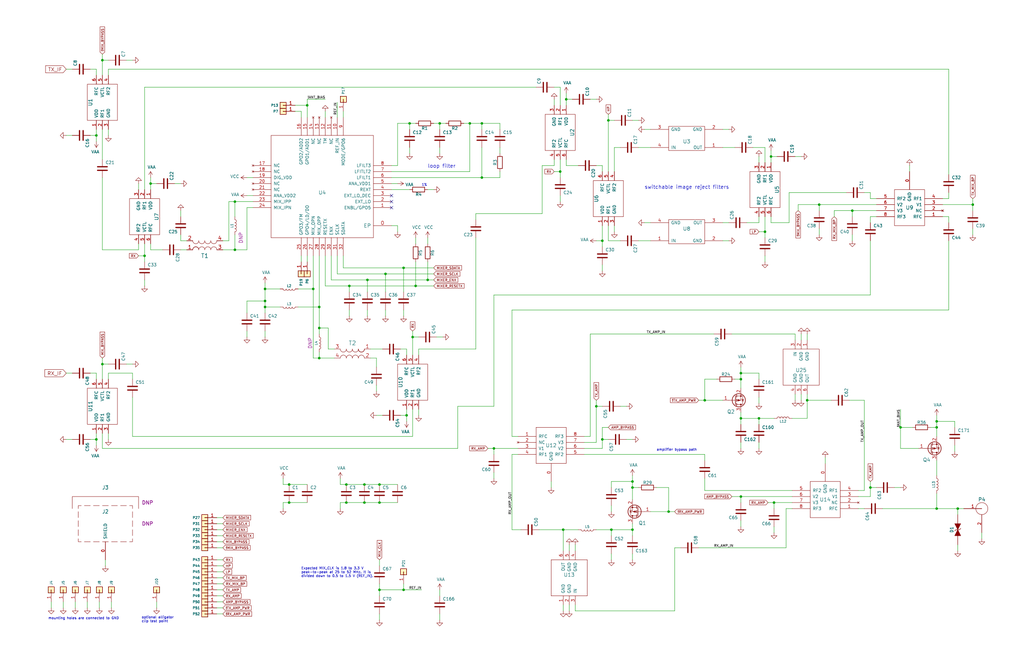
<source format=kicad_sch>
(kicad_sch (version 20211123) (generator eeschema)
  (paper "User" 431.8 279.4)
  (title_block (title "HackRF One") (date "2021-09-28") (rev "r8") (company "Copyright 2012-2020 Great Scott Gadgets") (comment 1 "Michael Ossmann") (comment 2 "Licensed under the CERN-OHL-P v2"))
  (junction (at 238.76 41.91))
  (junction (at 134.62 129.54))
  (junction (at 257.81 223.52))
  (junction (at 394.97 214.63))
  (junction (at 359.41 88.9))
  (junction (at 146.05 212.09))
  (junction (at 99.06 105.41))
  (junction (at 256.54 50.8))
  (junction (at 40.64 57.15))
  (junction (at 162.56 115.57))
  (junction (at 160.02 212.09))
  (junction (at 203.2 52.07))
  (junction (at 312.42 209.55))
  (junction (at 281.94 215.9))
  (junction (at 254 101.6))
  (junction (at 170.18 113.03))
  (junction (at 111.76 121.92))
  (junction (at 146.05 204.47))
  (junction (at 320.04 176.53))
  (junction (at 171.45 175.26))
  (junction (at 153.67 212.09))
  (junction (at 111.76 129.54))
  (junction (at 345.44 86.36))
  (junction (at 198.12 52.07))
  (junction (at 40.64 185.42))
  (junction (at 394.97 177.8))
  (junction (at 251.46 171.45))
  (junction (at 43.18 25.4))
  (junction (at 312.42 176.53))
  (junction (at 180.34 118.11))
  (junction (at 379.73 180.34))
  (junction (at 132.08 121.92))
  (junction (at 121.92 212.09))
  (junction (at 134.62 138.43))
  (junction (at 266.7 223.52))
  (junction (at 147.32 120.65))
  (junction (at 297.18 168.91))
  (junction (at 60.96 107.95))
  (junction (at 99.06 85.09))
  (junction (at 175.26 120.65))
  (junction (at 394.97 180.34))
  (junction (at 160.02 248.92))
  (junction (at 340.36 168.91))
  (junction (at 312.42 160.02))
  (junction (at 236.22 72.39))
  (junction (at 208.28 189.23))
  (junction (at 170.18 248.92))
  (junction (at 160.02 204.47))
  (junction (at 326.39 212.09))
  (junction (at 266.7 205.74))
  (junction (at 111.76 127))
  (junction (at 325.12 66.04))
  (junction (at 367.03 205.74))
  (junction (at 322.58 97.79))
  (junction (at 121.92 204.47))
  (junction (at 185.42 52.07))
  (junction (at 203.2 74.93))
  (junction (at 237.49 223.52))
  (junction (at 134.62 151.13))
  (junction (at 153.67 204.47))
  (junction (at 43.18 153.67))
  (junction (at 254 185.42))
  (junction (at 403.86 214.63))
  (junction (at 173.99 142.24))
  (junction (at 154.94 118.11))
  (junction (at 410.21 86.36))
  (junction (at 63.5 77.47))
  (junction (at 266.7 203.2))
  (junction (at 129.54 44.45))
  (junction (at 312.42 157.48))
  (junction (at 172.72 52.07))
  (no_connect (at 165.1 82.55))
  (no_connect (at 165.1 85.09))
  (no_connect (at 165.1 87.63))
  (wire (pts (xy 320.04 66.04) (xy 320.04 68.58)))
  (wire (pts (xy 127 107.95) (xy 127 110.49)))
  (wire (pts (xy 261.62 62.23) (xy 259.08 62.23)))
  (wire (pts (xy 91.44 223.52) (xy 93.98 223.52)))
  (wire (pts (xy 160.02 204.47) (xy 167.64 204.47)))
  (wire (pts (xy 325.12 93.98) (xy 325.12 91.44)))
  (wire (pts (xy 240.03 229.87) (xy 240.03 232.41)))
  (wire (pts (xy 257.81 226.06) (xy 257.81 223.52)))
  (wire (pts (xy 312.42 160.02) (xy 309.88 160.02)))
  (wire (pts (xy 147.32 123.19) (xy 147.32 120.65)))
  (wire (pts (xy 91.44 251.46) (xy 93.98 251.46)))
  (wire (pts (xy 379.73 172.72) (xy 379.73 180.34)))
  (wire (pts (xy 264.16 171.45) (xy 261.62 171.45)))
  (wire (pts (xy 154.94 118.11) (xy 180.34 118.11)))
  (wire (pts (xy 312.42 212.09) (xy 312.42 209.55)))
  (wire (pts (xy 58.42 107.95) (xy 60.96 107.95)))
  (wire (pts (xy 91.44 238.76) (xy 93.98 238.76)))
  (wire (pts (xy 320.04 157.48) (xy 312.42 157.48)))
  (wire (pts (xy 284.48 257.81) (xy 242.57 257.81)))
  (wire (pts (xy 91.44 241.3) (xy 93.98 241.3)))
  (wire (pts (xy 200.66 147.32) (xy 200.66 100.33)))
  (wire (pts (xy 205.74 189.23) (xy 208.28 189.23)))
  (wire (pts (xy 203.2 62.23) (xy 203.2 74.93)))
  (wire (pts (xy 41.91 254) (xy 41.91 256.54)))
  (wire (pts (xy 256.54 185.42) (xy 254 185.42)))
  (wire (pts (xy 45.72 25.4) (xy 43.18 25.4)))
  (wire (pts (xy 251.46 171.45) (xy 251.46 186.69)))
  (wire (pts (xy 254 95.25) (xy 254 101.6)))
  (wire (pts (xy 309.88 62.23) (xy 304.8 62.23)))
  (wire (pts (xy 337.82 143.51) (xy 337.82 140.97)))
  (wire (pts (xy 359.41 101.6) (xy 359.41 99.06)))
  (wire (pts (xy 146.05 212.09) (xy 153.67 212.09)))
  (wire (pts (xy 200.66 90.17) (xy 228.6 90.17)))
  (wire (pts (xy 203.2 74.93) (xy 210.82 74.93)))
  (wire (pts (xy 176.53 147.32) (xy 200.66 147.32)))
  (wire (pts (xy 297.18 160.02) (xy 297.18 168.91)))
  (wire (pts (xy 320.04 93.98) (xy 320.04 91.44)))
  (wire (pts (xy 351.79 88.9) (xy 359.41 88.9)))
  (wire (pts (xy 193.04 171.45) (xy 193.04 189.23)))
  (wire (pts (xy 323.85 212.09) (xy 326.39 212.09)))
  (wire (pts (xy 143.51 204.47) (xy 143.51 201.93)))
  (wire (pts (xy 170.18 246.38) (xy 170.18 248.92)))
  (wire (pts (xy 312.42 189.23) (xy 312.42 186.69)))
  (wire (pts (xy 43.18 74.93) (xy 43.18 105.41)))
  (wire (pts (xy 106.68 87.63) (xy 104.14 87.63)))
  (wire (pts (xy 173.99 142.24) (xy 173.99 149.86)))
  (wire (pts (xy 203.2 52.07) (xy 203.2 54.61)))
  (wire (pts (xy 312.42 222.25) (xy 312.42 219.71)))
  (wire (pts (xy 274.32 215.9) (xy 281.94 215.9)))
  (wire (pts (xy 331.47 231.14) (xy 331.47 214.63)))
  (wire (pts (xy 320.04 179.07) (xy 320.04 176.53)))
  (wire (pts (xy 369.57 205.74) (xy 367.03 205.74)))
  (wire (pts (xy 170.18 248.92) (xy 177.8 248.92)))
  (wire (pts (xy 200.66 92.71) (xy 200.66 90.17)))
  (wire (pts (xy 60.96 102.87) (xy 60.96 107.95)))
  (wire (pts (xy 198.12 72.39) (xy 198.12 52.07)))
  (wire (pts (xy 257.81 236.22) (xy 257.81 233.68)))
  (wire (pts (xy 195.58 52.07) (xy 198.12 52.07)))
  (wire (pts (xy 76.2 101.6) (xy 76.2 99.06)))
  (wire (pts (xy 167.64 77.47) (xy 165.1 77.47)))
  (wire (pts (xy 138.43 147.32) (xy 140.97 147.32)))
  (wire (pts (xy 208.28 201.93) (xy 208.28 199.39)))
  (wire (pts (xy 257.81 203.2) (xy 266.7 203.2)))
  (wire (pts (xy 40.64 157.48) (xy 40.64 160.02)))
  (wire (pts (xy 38.1 57.15) (xy 40.64 57.15)))
  (wire (pts (xy 233.68 41.91) (xy 233.68 44.45)))
  (wire (pts (xy 312.42 176.53) (xy 320.04 176.53)))
  (wire (pts (xy 43.18 189.23) (xy 43.18 182.88)))
  (wire (pts (xy 322.58 62.23) (xy 317.5 62.23)))
  (wire (pts (xy 266.7 203.2) (xy 266.7 205.74)))
  (wire (pts (xy 43.18 67.31) (xy 43.18 54.61)))
  (wire (pts (xy 210.82 64.77) (xy 210.82 62.23)))
  (wire (pts (xy 251.46 41.91) (xy 248.92 41.91)))
  (wire (pts (xy 274.32 62.23) (xy 269.24 62.23)))
  (wire (pts (xy 143.51 212.09) (xy 143.51 214.63)))
  (wire (pts (xy 63.5 105.41) (xy 68.58 105.41)))
  (wire (pts (xy 367.03 81.28) (xy 367.03 83.82)))
  (wire (pts (xy 160.02 248.92) (xy 170.18 248.92)))
  (wire (pts (xy 176.53 175.26) (xy 176.53 172.72)))
  (wire (pts (xy 394.97 180.34) (xy 392.43 180.34)))
  (wire (pts (xy 139.7 118.11) (xy 139.7 107.95)))
  (wire (pts (xy 332.74 81.28) (xy 356.87 81.28)))
  (wire (pts (xy 259.08 50.8) (xy 256.54 50.8)))
  (wire (pts (xy 185.42 52.07) (xy 187.96 52.07)))
  (wire (pts (xy 332.74 93.98) (xy 325.12 93.98)))
  (wire (pts (xy 383.54 69.85) (xy 383.54 72.39)))
  (wire (pts (xy 124.46 44.45) (xy 129.54 44.45)))
  (wire (pts (xy 170.18 113.03) (xy 182.88 113.03)))
  (wire (pts (xy 142.24 43.18) (xy 142.24 49.53)))
  (wire (pts (xy 410.21 99.06) (xy 410.21 96.52)))
  (wire (pts (xy 236.22 85.09) (xy 236.22 82.55)))
  (wire (pts (xy 227.33 223.52) (xy 237.49 223.52)))
  (wire (pts (xy 238.76 69.85) (xy 238.76 67.31)))
  (wire (pts (xy 331.47 214.63) (xy 334.01 214.63)))
  (wire (pts (xy 121.92 204.47) (xy 129.54 204.47)))
  (wire (pts (xy 99.06 91.44) (xy 99.06 85.09)))
  (wire (pts (xy 256.54 180.34) (xy 254 180.34)))
  (wire (pts (xy 320.04 160.02) (xy 320.04 157.48)))
  (wire (pts (xy 137.16 120.65) (xy 147.32 120.65)))
  (wire (pts (xy 256.54 50.8) (xy 256.54 72.39)))
  (wire (pts (xy 60.96 120.65) (xy 60.96 118.11)))
  (wire (pts (xy 251.46 69.85) (xy 254 69.85)))
  (wire (pts (xy 160.02 248.92) (xy 160.02 251.46)))
  (wire (pts (xy 91.44 226.06) (xy 93.98 226.06)))
  (wire (pts (xy 119.38 204.47) (xy 121.92 204.47)))
  (wire (pts (xy 233.68 69.85) (xy 233.68 67.31)))
  (wire (pts (xy 160.02 246.38) (xy 160.02 248.92)))
  (wire (pts (xy 208.28 124.46) (xy 367.03 124.46)))
  (wire (pts (xy 193.04 189.23) (xy 43.18 189.23)))
  (wire (pts (xy 45.72 153.67) (xy 43.18 153.67)))
  (wire (pts (xy 111.76 121.92) (xy 111.76 127)))
  (wire (pts (xy 238.76 39.37) (xy 238.76 41.91)))
  (wire (pts (xy 403.86 214.63) (xy 403.86 217.17)))
  (wire (pts (xy 167.64 95.25) (xy 167.64 97.79)))
  (wire (pts (xy 236.22 44.45) (xy 236.22 36.83)))
  (wire (pts (xy 43.18 151.13) (xy 43.18 153.67)))
  (wire (pts (xy 236.22 67.31) (xy 236.22 72.39)))
  (wire (pts (xy 394.97 175.26) (xy 394.97 177.8)))
  (wire (pts (xy 256.54 48.26) (xy 256.54 50.8)))
  (wire (pts (xy 173.99 184.15) (xy 55.88 184.15)))
  (wire (pts (xy 143.51 204.47) (xy 146.05 204.47)))
  (wire (pts (xy 132.08 121.92) (xy 132.08 151.13)))
  (wire (pts (xy 334.01 207.01) (xy 297.18 207.01)))
  (wire (pts (xy 312.42 160.02) (xy 312.42 163.83)))
  (wire (pts (xy 119.38 204.47) (xy 119.38 201.93)))
  (wire (pts (xy 134.62 148.59) (xy 134.62 151.13)))
  (wire (pts (xy 394.97 214.63) (xy 403.86 214.63)))
  (wire (pts (xy 256.54 101.6) (xy 256.54 95.25)))
  (wire (pts (xy 160.02 261.62) (xy 160.02 259.08)))
  (wire (pts (xy 242.57 229.87) (xy 242.57 232.41)))
  (wire (pts (xy 254 69.85) (xy 254 72.39)))
  (wire (pts (xy 327.66 66.04) (xy 325.12 66.04)))
  (wire (pts (xy 170.18 133.35) (xy 170.18 130.81)))
  (wire (pts (xy 394.97 194.31) (xy 394.97 200.66)))
  (wire (pts (xy 364.49 168.91) (xy 364.49 207.01)))
  (wire (pts (xy 266.7 205.74) (xy 266.7 210.82)))
  (wire (pts (xy 167.64 52.07) (xy 172.72 52.07)))
  (wire (pts (xy 45.72 182.88) (xy 45.72 185.42)))
  (wire (pts (xy 271.78 54.61) (xy 274.32 54.61)))
  (wire (pts (xy 138.43 147.32) (xy 138.43 138.43)))
  (wire (pts (xy 142.24 115.57) (xy 162.56 115.57)))
  (wire (pts (xy 168.91 175.26) (xy 171.45 175.26)))
  (wire (pts (xy 55.88 157.48) (xy 55.88 160.02)))
  (wire (pts (xy 173.99 139.7) (xy 173.99 142.24)))
  (wire (pts (xy 259.08 62.23) (xy 259.08 72.39)))
  (wire (pts (xy 104.14 82.55) (xy 106.68 82.55)))
  (wire (pts (xy 38.1 157.48) (xy 40.64 157.48)))
  (wire (pts (xy 345.44 86.36) (xy 369.57 86.36)))
  (wire (pts (xy 241.3 41.91) (xy 238.76 41.91)))
  (wire (pts (xy 60.96 36.83) (xy 226.06 36.83)))
  (wire (pts (xy 257.81 223.52) (xy 266.7 223.52)))
  (wire (pts (xy 350.52 168.91) (xy 340.36 168.91)))
  (wire (pts (xy 312.42 154.94) (xy 312.42 157.48)))
  (wire (pts (xy 237.49 223.52) (xy 243.84 223.52)))
  (wire (pts (xy 91.44 256.54) (xy 93.98 256.54)))
  (wire (pts (xy 175.26 100.33) (xy 175.26 102.87)))
  (wire (pts (xy 379.73 180.34) (xy 379.73 189.23)))
  (wire (pts (xy 171.45 172.72) (xy 171.45 175.26)))
  (wire (pts (xy 60.96 80.01) (xy 60.96 36.83)))
  (wire (pts (xy 394.97 177.8) (xy 394.97 180.34)))
  (wire (pts (xy 208.28 171.45) (xy 208.28 124.46)))
  (wire (pts (xy 158.75 154.94) (xy 158.75 151.13)))
  (wire (pts (xy 269.24 50.8) (xy 266.7 50.8)))
  (wire (pts (xy 228.6 90.17) (xy 228.6 69.85)))
  (wire (pts (xy 154.94 133.35) (xy 154.94 130.81)))
  (wire (pts (xy 134.62 138.43) (xy 134.62 140.97)))
  (wire (pts (xy 364.49 207.01) (xy 361.95 207.01)))
  (wire (pts (xy 165.1 74.93) (xy 203.2 74.93)))
  (wire (pts (xy 143.51 212.09) (xy 146.05 212.09)))
  (wire (pts (xy 336.55 86.36) (xy 345.44 86.36)))
  (wire (pts (xy 93.98 101.6) (xy 96.52 101.6)))
  (wire (pts (xy 367.03 203.2) (xy 367.03 205.74)))
  (wire (pts (xy 248.92 140.97) (xy 248.92 184.15)))
  (wire (pts (xy 55.88 153.67) (xy 53.34 153.67)))
  (wire (pts (xy 36.83 254) (xy 36.83 256.54)))
  (wire (pts (xy 400.05 91.44) (xy 400.05 93.98)))
  (wire (pts (xy 91.44 228.6) (xy 93.98 228.6)))
  (wire (pts (xy 237.49 257.81) (xy 237.49 255.27)))
  (wire (pts (xy 91.44 243.84) (xy 93.98 243.84)))
  (wire (pts (xy 210.82 74.93) (xy 210.82 72.39)))
  (wire (pts (xy 297.18 168.91) (xy 304.8 168.91)))
  (wire (pts (xy 91.44 248.92) (xy 93.98 248.92)))
  (wire (pts (xy 106.68 74.93) (xy 104.14 74.93)))
  (wire (pts (xy 154.94 123.19) (xy 154.94 118.11)))
  (wire (pts (xy 158.75 175.26) (xy 161.29 175.26)))
  (wire (pts (xy 361.95 214.63) (xy 364.49 214.63)))
  (wire (pts (xy 91.44 220.98) (xy 93.98 220.98)))
  (wire (pts (xy 40.64 182.88) (xy 40.64 185.42)))
  (wire (pts (xy 134.62 129.54) (xy 134.62 138.43)))
  (wire (pts (xy 400.05 29.21) (xy 400.05 73.66)))
  (wire (pts (xy 240.03 257.81) (xy 240.03 255.27)))
  (wire (pts (xy 351.79 91.44) (xy 351.79 88.9)))
  (wire (pts (xy 414.02 224.79) (xy 414.02 227.33)))
  (wire (pts (xy 132.08 151.13) (xy 134.62 151.13)))
  (wire (pts (xy 146.05 204.47) (xy 153.67 204.47)))
  (wire (pts (xy 172.72 54.61) (xy 172.72 52.07)))
  (wire (pts (xy 125.73 121.92) (xy 132.08 121.92)))
  (wire (pts (xy 55.88 25.4) (xy 53.34 25.4)))
  (wire (pts (xy 410.21 83.82) (xy 410.21 86.36)))
  (wire (pts (xy 129.54 41.91) (xy 137.16 41.91)))
  (wire (pts (xy 294.64 168.91) (xy 297.18 168.91)))
  (wire (pts (xy 76.2 105.41) (xy 78.74 105.41)))
  (wire (pts (xy 266.7 223.52) (xy 266.7 226.06)))
  (wire (pts (xy 358.14 168.91) (xy 364.49 168.91)))
  (wire (pts (xy 176.53 142.24) (xy 173.99 142.24)))
  (wire (pts (xy 402.59 177.8) (xy 394.97 177.8)))
  (wire (pts (xy 118.11 129.54) (xy 111.76 129.54)))
  (wire (pts (xy 233.68 72.39) (xy 236.22 72.39)))
  (wire (pts (xy 284.48 257.81) (xy 284.48 231.14)))
  (wire (pts (xy 325.12 66.04) (xy 325.12 68.58)))
  (wire (pts (xy 336.55 88.9) (xy 336.55 86.36)))
  (wire (pts (xy 104.14 142.24) (xy 104.14 139.7)))
  (wire (pts (xy 55.88 184.15) (xy 55.88 167.64)))
  (wire (pts (xy 312.42 176.53) (xy 312.42 179.07)))
  (wire (pts (xy 172.72 52.07) (xy 175.26 52.07)))
  (wire (pts (xy 43.18 153.67) (xy 43.18 160.02)))
  (wire (pts (xy 320.04 97.79) (xy 322.58 97.79)))
  (wire (pts (xy 403.86 214.63) (xy 406.4 214.63)))
  (wire (pts (xy 367.03 205.74) (xy 367.03 209.55)))
  (wire (pts (xy 27.94 57.15) (xy 30.48 57.15)))
  (wire (pts (xy 308.61 209.55) (xy 312.42 209.55)))
  (wire (pts (xy 203.2 52.07) (xy 210.82 52.07)))
  (wire (pts (xy 40.64 29.21) (xy 38.1 29.21)))
  (wire (pts (xy 43.18 25.4) (xy 43.18 31.75)))
  (wire (pts (xy 257.81 203.2) (xy 257.81 205.74)))
  (wire (pts (xy 198.12 52.07) (xy 203.2 52.07)))
  (wire (pts (xy 237.49 232.41) (xy 237.49 223.52)))
  (wire (pts (xy 208.28 189.23) (xy 218.44 189.23)))
  (wire (pts (xy 127 46.99) (xy 124.46 46.99)))
  (wire (pts (xy 182.88 80.01) (xy 180.34 80.01)))
  (wire (pts (xy 402.59 180.34) (xy 402.59 177.8)))
  (wire (pts (xy 185.42 259.08) (xy 185.42 261.62)))
  (wire (pts (xy 345.44 99.06) (xy 345.44 96.52)))
  (wire (pts (xy 158.75 151.13) (xy 156.21 151.13)))
  (wire (pts (xy 63.5 77.47) (xy 63.5 80.01)))
  (wire (pts (xy 367.03 91.44) (xy 369.57 91.44)))
  (wire (pts (xy 215.9 130.81) (xy 215.9 184.15)))
  (wire (pts (xy 294.64 231.14) (xy 331.47 231.14)))
  (wire (pts (xy 254 185.42) (xy 254 189.23)))
  (wire (pts (xy 44.45 236.22) (xy 44.45 238.76)))
  (wire (pts (xy 284.48 231.14) (xy 287.02 231.14)))
  (wire (pts (xy 312.42 173.99) (xy 312.42 176.53)))
  (wire (pts (xy 162.56 133.35) (xy 162.56 130.81)))
  (wire (pts (xy 144.78 113.03) (xy 170.18 113.03)))
  (wire (pts (xy 322.58 97.79) (xy 322.58 100.33)))
  (wire (pts (xy 397.51 86.36) (xy 410.21 86.36)))
  (wire (pts (xy 165.1 72.39) (xy 198.12 72.39)))
  (wire (pts (xy 58.42 105.41) (xy 43.18 105.41)))
  (wire (pts (xy 307.34 101.6) (xy 304.8 101.6)))
  (wire (pts (xy 400.05 130.81) (xy 215.9 130.81)))
  (wire (pts (xy 185.42 64.77) (xy 185.42 62.23)))
  (wire (pts (xy 137.16 120.65) (xy 137.16 107.95)))
  (wire (pts (xy 111.76 142.24) (xy 111.76 139.7)))
  (wire (pts (xy 96.52 85.09) (xy 99.06 85.09)))
  (wire (pts (xy 340.36 168.91) (xy 340.36 176.53)))
  (wire (pts (xy 171.45 147.32) (xy 171.45 149.86)))
  (wire (pts (xy 180.34 118.11) (xy 182.88 118.11)))
  (wire (pts (xy 261.62 101.6) (xy 256.54 101.6)))
  (wire (pts (xy 27.94 29.21) (xy 30.48 29.21)))
  (wire (pts (xy 119.38 212.09) (xy 121.92 212.09)))
  (wire (pts (xy 63.5 74.93) (xy 63.5 77.47)))
  (wire (pts (xy 134.62 107.95) (xy 134.62 129.54)))
  (wire (pts (xy 45.72 157.48) (xy 55.88 157.48)))
  (wire (pts (xy 119.38 212.09) (xy 119.38 214.63)))
  (wire (pts (xy 364.49 81.28) (xy 367.03 81.28)))
  (wire (pts (xy 347.98 193.04) (xy 347.98 195.58)))
  (wire (pts (xy 40.64 31.75) (xy 40.64 29.21)))
  (wire (pts (xy 40.64 57.15) (xy 40.64 59.69)))
  (wire (pts (xy 180.34 118.11) (xy 180.34 110.49)))
  (wire (pts (xy 91.44 254) (xy 93.98 254)))
  (wire (pts (xy 137.16 46.99) (xy 137.16 49.53)))
  (wire (pts (xy 340.36 166.37) (xy 340.36 168.91)))
  (wire (pts (xy 170.18 123.19) (xy 170.18 113.03)))
  (wire (pts (xy 322.58 91.44) (xy 322.58 97.79)))
  (wire (pts (xy 297.18 207.01) (xy 297.18 201.93)))
  (wire (pts (xy 281.94 215.9) (xy 284.48 215.9)))
  (wire (pts (xy 367.03 209.55) (xy 361.95 209.55)))
  (wire (pts (xy 326.39 224.79) (xy 326.39 222.25)))
  (wire (pts (xy 325.12 63.5) (xy 325.12 66.04)))
  (wire (pts (xy 367.03 83.82) (xy 369.57 83.82)))
  (wire (pts (xy 45.72 31.75) (xy 45.72 29.21)))
  (wire (pts (xy 138.43 138.43) (xy 134.62 138.43)))
  (wire (pts (xy 91.44 218.44) (xy 93.98 218.44)))
  (wire (pts (xy 96.52 101.6) (xy 96.52 85.09)))
  (wire (pts (xy 60.96 107.95) (xy 60.96 110.49)))
  (wire (pts (xy 171.45 175.26) (xy 171.45 177.8)))
  (wire (pts (xy 312.42 209.55) (xy 334.01 209.55)))
  (wire (pts (xy 58.42 77.47) (xy 58.42 80.01)))
  (wire (pts (xy 337.82 168.91) (xy 337.82 166.37)))
  (wire (pts (xy 111.76 127) (xy 111.76 129.54)))
  (wire (pts (xy 345.44 88.9) (xy 345.44 86.36)))
  (wire (pts (xy 236.22 36.83) (xy 233.68 36.83)))
  (wire (pts (xy 251.46 186.69) (xy 246.38 186.69)))
  (wire (pts (xy 304.8 54.61) (xy 307.34 54.61)))
  (wire (pts (xy 379.73 205.74) (xy 377.19 205.74)))
  (wire (pts (xy 394.97 180.34) (xy 394.97 184.15)))
  (wire (pts (xy 142.24 115.57) (xy 142.24 107.95)))
  (wire (pts (xy 125.73 129.54) (xy 134.62 129.54)))
  (wire (pts (xy 175.26 120.65) (xy 175.26 110.49)))
  (wire (pts (xy 144.78 113.03) (xy 144.78 107.95)))
  (wire (pts (xy 254 101.6) (xy 254 104.14)))
  (wire (pts (xy 400.05 101.6) (xy 400.05 130.81)))
  (wire (pts (xy 335.28 143.51) (xy 335.28 140.97)))
  (wire (pts (xy 215.9 191.77) (xy 215.9 223.52)))
  (wire (pts (xy 185.42 54.61) (xy 185.42 52.07)))
  (wire (pts (xy 312.42 157.48) (xy 312.42 160.02)))
  (wire (pts (xy 266.7 236.22) (xy 266.7 233.68)))
  (wire (pts (xy 40.64 185.42) (xy 40.64 187.96)))
  (wire (pts (xy 129.54 110.49) (xy 129.54 107.95)))
  (wire (pts (xy 63.5 102.87) (xy 63.5 105.41)))
  (wire (pts (xy 111.76 121.92) (xy 118.11 121.92)))
  (wire (pts (xy 175.26 120.65) (xy 182.88 120.65)))
  (wire (pts (xy 27.94 157.48) (xy 30.48 157.48)))
  (wire (pts (xy 238.76 41.91) (xy 238.76 44.45)))
  (wire (pts (xy 153.67 204.47) (xy 160.02 204.47)))
  (wire (pts (xy 403.86 232.41) (xy 403.86 229.87)))
  (wire (pts (xy 397.51 91.44) (xy 400.05 91.44)))
  (wire (pts (xy 91.44 231.14) (xy 93.98 231.14)))
  (wire (pts (xy 180.34 100.33) (xy 180.34 102.87)))
  (wire (pts (xy 335.28 140.97) (xy 308.61 140.97)))
  (wire (pts (xy 27.94 185.42) (xy 30.48 185.42)))
  (wire (pts (xy 208.28 191.77) (xy 208.28 189.23)))
  (wire (pts (xy 215.9 223.52) (xy 219.71 223.52)))
  (wire (pts (xy 91.44 236.22) (xy 93.98 236.22)))
  (wire (pts (xy 246.38 184.15) (xy 248.92 184.15)))
  (wire (pts (xy 410.21 86.36) (xy 410.21 88.9)))
  (wire (pts (xy 232.41 205.74) (xy 232.41 203.2)))
  (wire (pts (xy 394.97 208.28) (xy 394.97 214.63)))
  (wire (pts (xy 304.8 93.98) (xy 307.34 93.98)))
  (wire (pts (xy 210.82 52.07) (xy 210.82 54.61)))
  (wire (pts (xy 172.72 64.77) (xy 172.72 62.23)))
  (wire (pts (xy 269.24 101.6) (xy 274.32 101.6)))
  (wire (pts (xy 186.69 142.24) (xy 184.15 142.24)))
  (wire (pts (xy 372.11 214.63) (xy 394.97 214.63)))
  (wire (pts (xy 147.32 133.35) (xy 147.32 130.81)))
  (wire (pts (xy 332.74 93.98) (xy 332.74 81.28)))
  (wire (pts (xy 99.06 85.09) (xy 106.68 85.09)))
  (wire (pts (xy 45.72 29.21) (xy 400.05 29.21)))
  (wire (pts (xy 185.42 248.92) (xy 185.42 251.46)))
  (wire (pts (xy 66.04 254) (xy 66.04 256.54)))
  (wire (pts (xy 99.06 105.41) (xy 93.98 105.41)))
  (wire (pts (xy 254 114.3) (xy 254 111.76)))
  (wire (pts (xy 254 189.23) (xy 246.38 189.23)))
  (wire (pts (xy 45.72 57.15) (xy 45.72 54.61)))
  (wire (pts (xy 147.32 120.65) (xy 175.26 120.65)))
  (wire (pts (xy 46.99 254) (xy 46.99 256.54)))
  (wire (pts (xy 129.54 44.45) (xy 129.54 49.53)))
  (wire (pts (xy 129.54 41.91) (xy 129.54 44.45)))
  (wire (pts (xy 162.56 123.19) (xy 162.56 115.57)))
  (wire (pts (xy 111.76 129.54) (xy 111.76 132.08)))
  (wire (pts (xy 314.96 93.98) (xy 320.04 93.98)))
  (wire (pts (xy 384.81 180.34) (xy 379.73 180.34)))
  (wire (pts (xy 359.41 88.9) (xy 369.57 88.9)))
  (wire (pts (xy 340.36 176.53) (xy 334.01 176.53)))
  (wire (pts (xy 243.84 69.85) (xy 238.76 69.85)))
  (wire (pts (xy 58.42 102.87) (xy 58.42 105.41)))
  (wire (pts (xy 176.53 149.86) (xy 176.53 147.32)))
  (wire (pts (xy 38.1 185.42) (xy 40.64 185.42)))
  (wire (pts (xy 165.1 95.25) (xy 167.64 95.25)))
  (wire (pts (xy 326.39 214.63) (xy 326.39 212.09)))
  (wire (pts (xy 182.88 52.07) (xy 185.42 52.07)))
  (wire (pts (xy 257.81 215.9) (xy 257.81 213.36)))
  (wire (pts (xy 402.59 190.5) (xy 402.59 187.96)))
  (wire (pts (xy 26.67 254) (xy 26.67 256.54)))
  (wire (pts (xy 322.58 110.49) (xy 322.58 107.95)))
  (wire (pts (xy 266.7 220.98) (xy 266.7 223.52)))
  (wire (pts (xy 76.2 88.9) (xy 76.2 91.44)))
  (wire (pts (xy 281.94 215.9) (xy 281.94 205.74)))
  (wire (pts (xy 91.44 259.08) (xy 93.98 259.08)))
  (wire (pts (xy 156.21 147.32) (xy 161.29 147.32)))
  (wire (pts (xy 251.46 101.6) (xy 254 101.6)))
  (wire (pts (xy 121.92 212.09) (xy 129.54 212.09)))
  (wire (pts (xy 218.44 184.15) (xy 215.9 184.15)))
  (wire (pts (xy 45.72 160.02) (xy 45.72 157.48)))
  (wire (pts (xy 139.7 118.11) (xy 154.94 118.11)))
  (wire (pts (xy 228.6 69.85) (xy 233.68 69.85)))
  (wire (pts (xy 173.99 172.72) (xy 173.99 184.15)))
  (wire (pts (xy 242.57 257.81) (xy 242.57 255.27)))
  (wire (pts (xy 259.08 97.79) (xy 259.08 95.25)))
  (wire (pts (xy 337.82 66.04) (xy 335.28 66.04)))
  (wire (pts (xy 359.41 91.44) (xy 359.41 88.9)))
  (wire (pts (xy 379.73 189.23) (xy 387.35 189.23)))
  (wire (pts (xy 165.1 69.85) (xy 167.64 69.85)))
  (wire (pts (xy 132.08 107.95) (xy 132.08 121.92)))
  (wire (pts (xy 251.46 223.52) (xy 257.81 223.52)))
  (wire (pts (xy 172.72 80.01) (xy 165.1 80.01)))
  (wire (pts (xy 111.76 127) (xy 104.14 127)))
  (wire (pts (xy 168.91 147.32) (xy 171.45 147.32)))
  (wire (pts (xy 236.22 72.39) (xy 236.22 74.93)))
  (wire (pts (xy 43.18 22.86) (xy 43.18 25.4)))
  (wire (pts (xy 40.64 54.61) (xy 40.64 57.15)))
  (wire (pts (xy 266.7 200.66) (xy 266.7 203.2)))
  (wire (pts (xy 76.2 77.47) (xy 73.66 77.47)))
  (wire (pts (xy 297.18 194.31) (xy 297.18 191.77)))
  (wire (pts (xy 99.06 99.06) (xy 99.06 105.41)))
  (wire (pts (xy 367.03 93.98) (xy 367.03 91.44)))
  (wire (pts (xy 127 49.53) (xy 127 46.99)))
  (wire (pts (xy 104.14 127) (xy 104.14 132.08)))
  (wire (pts (xy 266.7 185.42) (xy 264.16 185.42)))
  (wire (pts (xy 320.04 189.23) (xy 320.04 186.69)))
  (wire (pts (xy 91.44 246.38) (xy 93.98 246.38)))
  (wire (pts (xy 400.05 81.28) (xy 400.05 83.82)))
  (wire (pts (xy 208.28 171.45) (xy 193.04 171.45)))
  (wire (pts (xy 153.67 212.09) (xy 160.02 212.09)))
  (wire (pts (xy 162.56 115.57) (xy 182.88 115.57)))
  (wire (pts (xy 111.76 119.38) (xy 111.76 121.92)))
  (wire (pts (xy 104.14 87.63) (xy 104.14 105.41)))
  (wire (pts (xy 302.26 160.02) (xy 297.18 160.02)))
  (wire (pts (xy 160.02 212.09) (xy 167.64 212.09)))
  (wire (pts (xy 340.36 140.97) (xy 340.36 143.51)))
  (wire (pts (xy 167.64 69.85) (xy 167.64 52.07)))
  (wire (pts (xy 266.7 205.74) (xy 269.24 205.74)))
  (wire (pts (xy 78.74 101.6) (xy 76.2 101.6)))
  (wire (pts (xy 300.99 140.97) (xy 248.92 140.97)))
  (wire (pts (xy 104.14 105.41) (xy 99.06 105.41)))
  (wire (pts (xy 144.78 49.53) (xy 144.78 46.99)))
  (wire (pts (xy 158.75 165.1) (xy 158.75 162.56)))
  (wire (pts (xy 335.28 166.37) (xy 335.28 168.91)))
  (wire (pts (xy 254 171.45) (xy 251.46 171.45)))
  (wire (pts (xy 218.44 191.77) (xy 215.9 191.77)))
  (wire (pts (xy 31.75 254) (xy 31.75 256.54)))
  (wire (pts (xy 326.39 212.09) (xy 334.01 212.09)))
  (wire (pts (xy 160.02 238.76) (xy 160.02 236.22)))
  (wire (pts (xy 254 180.34) (xy 254 185.42)))
  (wire (pts (xy 322.58 68.58) (xy 322.58 62.23)))
  (wire (pts (xy 320.04 170.18) (xy 320.04 167.64)))
  (wire (pts (xy 367.03 124.46) (xy 367.03 101.6)))
  (wire (pts (xy 400.05 83.82) (xy 397.51 83.82)))
  (wire (pts (xy 66.04 77.47) (xy 63.5 77.47)))
  (wire (pts (xy 271.78 93.98) (xy 274.32 93.98)))
  (wire (pts (xy 134.62 151.13) (xy 140.97 151.13)))
  (wire (pts (xy 320.04 176.53) (xy 326.39 176.53)))
  (wire (pts (xy 281.94 205.74) (xy 276.86 205.74)))
  (wire (pts (xy 21.59 254) (xy 21.59 256.54)))
  (wire (pts (xy 251.46 168.91) (xy 251.46 171.45)))
  (wire (pts (xy 297.18 191.77) (xy 246.38 191.77)))
  (text "mounting holes are connected to GND" (at 20.32 261.62 0) (effects (font (size 1.016 1.016)) (justify left bottom)))
  (text "switchable image reject filters" (at 271.78 80.01 0) (effects (font (size 1.524 1.524)) (justify left bottom)))
  (text "Expected MIX_CLK is 1.8 to 3.3 V\npeak-to-peak at 25 to 52 MHz. It is\ndivided down to 0.5 to 1.5 V (REF_IN)." (at 127 243.84 0) (effects (font (size 1.016 1.016)) (justify left bottom)))
  (text "loop filter" (at 180.34 71.12 0) (effects (font (size 1.524 1.524)) (justify left bottom)))
  (text "optional alligator\nclip test point" (at 59.69 262.89 0) (effects (font (size 1.016 1.016)) (justify left bottom)))
  (text "amplifier bypass path" (at 276.86 190.5 0) (effects (font (size 1.016 1.016)) (justify left bottom)))
  (text "1%" (at 177.8 78.74 0) (effects (font (size 1.016 1.016)) (justify left bottom)))
  (label "RX_AMP_OUT" (at 215.9 217.17 90) (effects (font (size 1.016 1.016))))
  (label "RX_AMP_IN" (at 300.99 231.14 0) (effects (font (size 1.016 1.016))))
  (label "TX_AMP_IN" (at 280.67 140.97 180) (effects (font (size 1.016 1.016))))
  (label "TX_AMP_OUT" (at 364.49 186.69 90) (effects (font (size 1.016 1.016))))
  (label "REF_IN" (at 177.8 248.92 180) (effects (font (size 1.016 1.016))))
  (label "REF_IN" (at 142.24 43.18 270) (effects (font (size 1.016 1.016))))
  (label "!ANT_BIAS" (at 379.73 172.72 270) (effects (font (size 1.016 1.016))))
  (label "!ANT_BIAS" (at 137.16 41.91 180) (effects (font (size 1.016 1.016))))
  (global_label "TX_AMP" (shape input) (at 367.03 203.2 90) (effects (font (size 1.016 1.016))) (property "Intersheet References" "${INTERSHEET_REFS}" (effects hide)))
  (global_label "MIXER_RESETX" (shape input) (at 93.98 226.06 0) (effects (font (size 1.016 1.016))) (property "Intersheet References" "${INTERSHEET_REFS}" (effects hide)))
  (global_label "!MIX_BYPASS" (shape input) (at 93.98 231.14 0) (effects (font (size 1.016 1.016))) (property "Intersheet References" "${INTERSHEET_REFS}" (effects hide)))
  (global_label "MIX_BYPASS" (shape input) (at 43.18 151.13 90) (effects (font (size 1.016 1.016))) (property "Intersheet References" "${INTERSHEET_REFS}" (effects hide)))
  (global_label "MIXER_SDATA" (shape input) (at 93.98 218.44 0) (effects (font (size 1.016 1.016))) (property "Intersheet References" "${INTERSHEET_REFS}" (effects hide)))
  (global_label "LP" (shape input) (at 320.04 97.79 180) (effects (font (size 1.016 1.016))) (property "Intersheet References" "${INTERSHEET_REFS}" (effects hide)))
  (global_label "MIXER_ENX" (shape input) (at 182.88 118.11 0) (effects (font (size 1.016 1.016))) (property "Intersheet References" "${INTERSHEET_REFS}" (effects hide)))
  (global_label "RX" (shape input) (at 173.99 139.7 90) (effects (font (size 1.016 1.016))) (property "Intersheet References" "${INTERSHEET_REFS}" (effects hide)))
  (global_label "TX_MIX_BP" (shape input) (at 93.98 243.84 0) (effects (font (size 1.016 1.016))) (property "Intersheet References" "${INTERSHEET_REFS}" (effects hide)))
  (global_label "TX_MIX_BP" (shape input) (at 410.21 83.82 90) (effects (font (size 1.016 1.016))) (property "Intersheet References" "${INTERSHEET_REFS}" (effects hide)))
  (global_label "RX" (shape input) (at 58.42 107.95 180) (effects (font (size 1.016 1.016))) (property "Intersheet References" "${INTERSHEET_REFS}" (effects hide)))
  (global_label "RX_IF" (shape input) (at 27.94 157.48 180) (effects (font (size 1.524 1.524))) (property "Intersheet References" "${INTERSHEET_REFS}" (effects hide)))
  (global_label "MIXER_ENX" (shape input) (at 93.98 223.52 0) (effects (font (size 1.016 1.016))) (property "Intersheet References" "${INTERSHEET_REFS}" (effects hide)))
  (global_label "AMP_BYPASS" (shape input) (at 93.98 254 0) (effects (font (size 1.016 1.016))) (property "Intersheet References" "${INTERSHEET_REFS}" (effects hide)))
  (global_label "RX_MIX_BP" (shape input) (at 351.79 91.44 270) (effects (font (size 1.016 1.016))) (property "Intersheet References" "${INTERSHEET_REFS}" (effects hide)))
  (global_label "TX_AMP" (shape input) (at 93.98 248.92 0) (effects (font (size 1.016 1.016))) (property "Intersheet References" "${INTERSHEET_REFS}" (effects hide)))
  (global_label "MIXER_SCLK" (shape input) (at 182.88 115.57 0) (effects (font (size 1.016 1.016))) (property "Intersheet References" "${INTERSHEET_REFS}" (effects hide)))
  (global_label "RX_AMP" (shape input) (at 323.85 212.09 180) (effects (font (size 1.016 1.016))) (property "Intersheet References" "${INTERSHEET_REFS}" (effects hide)))
  (global_label "!TX_AMP_PWR" (shape input) (at 294.64 168.91 180) (effects (font (size 1.016 1.016))) (property "Intersheet References" "${INTERSHEET_REFS}" (effects hide)))
  (global_label "!RX_AMP_PWR" (shape input) (at 284.48 215.9 0) (effects (font (size 1.016 1.016))) (property "Intersheet References" "${INTERSHEET_REFS}" (effects hide)))
  (global_label "AMP_BYPASS" (shape input) (at 308.61 209.55 180) (effects (font (size 1.016 1.016))) (property "Intersheet References" "${INTERSHEET_REFS}" (effects hide)))
  (global_label "RX" (shape input) (at 233.68 72.39 180) (effects (font (size 1.016 1.016))) (property "Intersheet References" "${INTERSHEET_REFS}" (effects hide)))
  (global_label "HP" (shape input) (at 93.98 238.76 0) (effects (font (size 1.016 1.016))) (property "Intersheet References" "${INTERSHEET_REFS}" (effects hide)))
  (global_label "AMP_BYPASS" (shape input) (at 256.54 180.34 0) (effects (font (size 1.016 1.016))) (property "Intersheet References" "${INTERSHEET_REFS}" (effects hide)))
  (global_label "RX_AMP" (shape input) (at 205.74 189.23 180) (effects (font (size 1.016 1.016))) (property "Intersheet References" "${INTERSHEET_REFS}" (effects hide)))
  (global_label "MIXER_SCLK" (shape input) (at 93.98 220.98 0) (effects (font (size 1.016 1.016))) (property "Intersheet References" "${INTERSHEET_REFS}" (effects hide)))
  (global_label "MIX_CLK" (shape input) (at 160.02 236.22 90) (effects (font (size 1.016 1.016))) (property "Intersheet References" "${INTERSHEET_REFS}" (effects hide)))
  (global_label "HP" (shape input) (at 256.54 48.26 90) (effects (font (size 1.016 1.016))) (property "Intersheet References" "${INTERSHEET_REFS}" (effects hide)))
  (global_label "MIX_BYPASS" (shape input) (at 93.98 228.6 0) (effects (font (size 1.016 1.016))) (property "Intersheet References" "${INTERSHEET_REFS}" (effects hide)))
  (global_label "RX" (shape input) (at 93.98 236.22 0) (effects (font (size 1.016 1.016))) (property "Intersheet References" "${INTERSHEET_REFS}" (effects hide)))
  (global_label "MIXER_SDATA" (shape input) (at 182.88 113.03 0) (effects (font (size 1.016 1.016))) (property "Intersheet References" "${INTERSHEET_REFS}" (effects hide)))
  (global_label "RX_MIX_BP" (shape input) (at 93.98 246.38 0) (effects (font (size 1.016 1.016))) (property "Intersheet References" "${INTERSHEET_REFS}" (effects hide)))
  (global_label "!MIX_BYPASS" (shape input) (at 336.55 88.9 270) (effects (font (size 1.016 1.016))) (property "Intersheet References" "${INTERSHEET_REFS}" (effects hide)))
  (global_label "TX_AMP" (shape input) (at 251.46 168.91 90) (effects (font (size 1.016 1.016))) (property "Intersheet References" "${INTERSHEET_REFS}" (effects hide)))
  (global_label "!TX_AMP_PWR" (shape input) (at 93.98 256.54 0) (effects (font (size 1.016 1.016))) (property "Intersheet References" "${INTERSHEET_REFS}" (effects hide)))
  (global_label "MIXER_RESETX" (shape input) (at 182.88 120.65 0) (effects (font (size 1.016 1.016))) (property "Intersheet References" "${INTERSHEET_REFS}" (effects hide)))
  (global_label "RX_AMP" (shape input) (at 93.98 251.46 0) (effects (font (size 1.016 1.016))) (property "Intersheet References" "${INTERSHEET_REFS}" (effects hide)))
  (global_label "!RX_AMP_PWR" (shape input) (at 93.98 259.08 0) (effects (font (size 1.016 1.016))) (property "Intersheet References" "${INTERSHEET_REFS}" (effects hide)))
  (global_label "!MIX_BYPASS" (shape input) (at 43.18 22.86 90) (effects (font (size 1.016 1.016))) (property "Intersheet References" "${INTERSHEET_REFS}" (effects hide)))
  (global_label "TX_IF" (shape input) (at 27.94 29.21 180) (effects (font (size 1.524 1.524))) (property "Intersheet References" "${INTERSHEET_REFS}" (effects hide)))
  (global_label "LP" (shape input) (at 93.98 241.3 0) (effects (font (size 1.016 1.016))) (property "Intersheet References" "${INTERSHEET_REFS}" (effects hide)))
  (symbol (lib_id "hackrf:GSG-RF-CONN") (at 414.02 214.63 0) (mirror y) (unit 1)
    (property "Reference" "P4" (at 414.02 210.82 0) (effects (font (size 1.524 1.524))))
    (property "Manufacturer" "Molex" (effects hide))
    (property "Part Number" "73251-2121" (effects hide))
    (property "Description" "CONN SMA JACK 50 OHM EDGE MNT W/JAM NUT & LOCK WASHER" (effects hide))
  )
  (symbol (lib_id "hackrf:FIL-DEA") (at 289.56 97.79 0) (unit 1)
    (property "Reference" "U8" (at 289.56 96.52 0) (effects (font (size 1.524 1.524))))
    (property "Manufacturer" "TDK" (effects hide))
    (property "Part Number" "DEA162400HT-8004B1" (effects hide))
    (property "Description" "FILTER HIGHPASS WLAN&BLUETOOTH" (effects hide))
    (property "MPN" "C393221" (effects hide))
  )
  (symbol (lib_id "hackrf:FIL-LP0603") (at 289.56 58.42 180) (unit 1)
    (property "Reference" "U3" (at 289.56 59.69 0) (effects (font (size 1.524 1.524))))
    (property "Manufacturer" "AVX" (effects hide))
    (property "Part Number" "LP0603A1880ANTR" (effects hide))
    (property "Description" "FILTER LOW PASS 1880MHZ 0603 SMD" (effects hide))
    (property "MPN" "C2662117" (effects hide))
  )
  (symbol (lib_id "power:GND") (at 158.75 165.1 0) (unit 1)
    (property "Reference" "#PWR079" (effects hide))
    (property "Value" "GND" (effects hide))
  )
  (symbol (lib_id "Device:C") (at 254 107.95 0) (unit 1)
    (property "Reference" "C30" (at 255.27 105.41 0) (effects (justify left)))
    (property "Manufacturer" "Murata" (effects hide))
    (property "Part Number" "GRM155R71C103KA01D" (effects hide))
    (property "Description" "CAP CER 10000PF 16V 10% X7R 0402" (effects hide))
    (property "MPN" "C85735" (effects hide))
  )
  (symbol (lib_id "power:GND") (at 254 114.3 0) (unit 1)
    (property "Reference" "#PWR077" (effects hide))
    (property "Value" "GND" (effects hide))
  )
  (symbol (lib_id "power:GND") (at 307.34 101.6 90) (unit 1)
    (property "Reference" "#PWR076" (effects hide))
    (property "Value" "GND" (effects hide))
  )
  (symbol (lib_id "power:GND") (at 307.34 54.61 90) (unit 1)
    (property "Reference" "#PWR075" (effects hide))
    (property "Value" "GND" (effects hide))
  )
  (symbol (lib_id "power:GND") (at 271.78 54.61 270) (unit 1)
    (property "Reference" "#PWR074" (effects hide))
    (property "Value" "GND" (effects hide))
  )
  (symbol (lib_id "power:GND") (at 271.78 93.98 270) (unit 1)
    (property "Reference" "#PWR073" (effects hide))
    (property "Value" "GND" (effects hide))
  )
  (symbol (lib_id "Device:C") (at 311.15 93.98 90) (unit 1)
    (property "Reference" "C26" (at 308.61 92.71 0) (effects (justify left)))
    (property "Manufacturer" "Murata" (effects hide))
    (property "Part Number" "GRM1555C1H470JA01D" (effects hide))
    (property "Description" "CAP CER 47PF 50V 5% NP0 0402" (effects hide))
    (property "MPN" "C76970" (effects hide))
  )
  (symbol (lib_id "power:GND") (at 414.02 227.33 0) (unit 1)
    (property "Reference" "#PWR072" (effects hide))
    (property "Value" "GND" (effects hide))
  )
  (symbol (lib_id "Device:C") (at 111.76 135.89 0) (unit 1)
    (property "Reference" "C42" (at 113.03 133.35 0) (effects (justify left)))
    (property "Manufacturer" "Murata" (effects hide))
    (property "Part Number" "GRM1555C1H101JA01D" (effects hide))
    (property "Description" "CAP CER 100PF 50V 5% NP0 0402" (effects hide))
    (property "MPN" "C77177" (effects hide))
  )
  (symbol (lib_id "power:GND") (at 111.76 142.24 0) (unit 1)
    (property "Reference" "#PWR071" (effects hide))
    (property "Value" "GND" (effects hide))
  )
  (symbol (lib_id "Device:C") (at 172.72 58.42 0) (unit 1)
    (property "Reference" "C12" (at 173.99 55.88 0) (effects (justify left)))
    (property "Manufacturer" "Murata" (effects hide))
    (property "Part Number" "GRM155R71H331KA01D" (effects hide))
    (property "Description" "CAP CER 330PF 50V 10% X7R 0402" (effects hide))
    (property "MPN" "C97873" (effects hide))
  )
  (symbol (lib_id "Device:R") (at 179.07 52.07 270) (unit 1)
    (property "Reference" "R1" (at 179.07 54.102 90))
    (property "Manufacturer" "Stackpole" (effects hide))
    (property "Part Number" "RMCF0402JT470R" (effects hide))
    (property "Description" "RES TF 1/16W 470 OHM 5% 0402" (effects hide))
    (property "MPN" "C2479297" (effects hide))
  )
  (symbol (lib_id "Device:C") (at 185.42 58.42 0) (unit 1)
    (property "Reference" "C13" (at 186.69 55.88 0) (effects (justify left)))
    (property "Manufacturer" "Murata" (effects hide))
    (property "Part Number" "GRM155R71H331KA01D" (effects hide))
    (property "Description" "CAP CER 330PF 50V 10% X7R 0402" (effects hide))
    (property "MPN" "C97873" (effects hide))
  )
  (symbol (lib_id "Device:R") (at 191.77 52.07 270) (unit 1)
    (property "Reference" "R2" (at 191.77 54.102 90))
    (property "Manufacturer" "Stackpole" (effects hide))
    (property "Part Number" "RMCF0402JT470R" (effects hide))
    (property "Description" "RES TF 1/16W 470 OHM 5% 0402" (effects hide))
    (property "MPN" "C2479297" (effects hide))
  )
  (symbol (lib_id "power:GND") (at 172.72 64.77 0) (unit 1)
    (property "Reference" "#PWR070" (effects hide))
    (property "Value" "GND" (effects hide))
  )
  (symbol (lib_id "power:GND") (at 185.42 64.77 0) (unit 1)
    (property "Reference" "#PWR069" (effects hide))
    (property "Value" "GND" (effects hide))
  )
  (symbol (lib_id "Device:C") (at 203.2 58.42 0) (unit 1)
    (property "Reference" "C14" (at 204.47 55.88 0) (effects (justify left)))
    (property "Manufacturer" "Taiyo Yuden" (effects hide))
    (property "Part Number" "UMK105CG8R2DV-F" (effects hide))
    (property "Description" "CAP CER 8.2PF 50V NP0 0402" (effects hide))
  )
  (symbol (lib_id "Device:C") (at 210.82 58.42 0) (unit 1)
    (property "Reference" "C15" (at 212.09 55.88 0) (effects (justify left)))
    (property "Manufacturer" "Murata" (effects hide))
    (property "Part Number" "GRM1555C1H181JA01D" (effects hide))
    (property "Description" "CAP CER 180PF 50V 5% NP0 0402" (effects hide))
    (property "MPN" "C97862" (effects hide))
  )
  (symbol (lib_id "Device:R") (at 210.82 68.58 180) (unit 1)
    (property "Reference" "R3" (at 208.788 68.58 90))
    (property "Manufacturer" "Panasonic" (effects hide))
    (property "Part Number" "ERJ-2GEJ223X" (effects hide))
    (property "Description" "RES 22K OHM 1/10W 5% 0402 SMD" (effects hide))
  )
  (symbol (lib_id "Device:C") (at 121.92 208.28 0) (unit 1)
    (property "Reference" "C1" (at 123.19 205.74 0) (effects (justify left)))
    (property "Manufacturer" "Murata" (effects hide))
    (property "Part Number" "GRM1555C1H330JA01D" (effects hide))
    (property "Description" "CAP CER 33PF 50V 5% NP0 0402" (effects hide))
    (property "MPN" "C76964" (effects hide))
  )
  (symbol (lib_id "Device:C") (at 129.54 208.28 0) (unit 1)
    (property "Reference" "C2" (at 130.81 205.74 0) (effects (justify left)))
    (property "Manufacturer" "Murata" (effects hide))
    (property "Part Number" "GRM155R71C103KA01D" (effects hide))
    (property "Description" "CAP CER 10000PF 16V 10% X7R 0402" (effects hide))
    (property "MPN" "C85735" (effects hide))
  )
  (symbol (lib_id "Device:C") (at 153.67 208.28 0) (unit 1)
    (property "Reference" "C4" (at 154.94 205.74 0) (effects (justify left)))
    (property "Manufacturer" "Murata" (effects hide))
    (property "Part Number" "GRM155R71C103KA01D" (effects hide))
    (property "Description" "CAP CER 10000PF 16V 10% X7R 0402" (effects hide))
    (property "MPN" "C85735" (effects hide))
  )
  (symbol (lib_id "Device:C") (at 146.05 208.28 0) (unit 1)
    (property "Reference" "C3" (at 147.32 205.74 0) (effects (justify left)))
    (property "Manufacturer" "Murata" (effects hide))
    (property "Part Number" "GRM1555C1H330JA01D" (effects hide))
    (property "Description" "CAP CER 33PF 50V 5% NP0 0402" (effects hide))
    (property "MPN" "C76964" (effects hide))
  )
  (symbol (lib_id "Device:C") (at 160.02 208.28 0) (unit 1)
    (property "Reference" "C5" (at 161.29 205.74 0) (effects (justify left)))
    (property "Manufacturer" "Murata" (effects hide))
    (property "Part Number" "GRM1555C1H330JA01D" (effects hide))
    (property "Description" "CAP CER 33PF 50V 5% NP0 0402" (effects hide))
    (property "MPN" "C76964" (effects hide))
  )
  (symbol (lib_id "Device:C") (at 167.64 208.28 0) (unit 1)
    (property "Reference" "C6" (at 168.91 205.74 0) (effects (justify left)))
    (property "Manufacturer" "Murata" (effects hide))
    (property "Part Number" "GRM155R71C103KA01D" (effects hide))
    (property "Description" "CAP CER 10000PF 16V 10% X7R 0402" (effects hide))
    (property "MPN" "C85735" (effects hide))
  )
  (symbol (lib_id "power:GND") (at 119.38 214.63 0) (unit 1)
    (property "Reference" "#PWR067" (effects hide))
    (property "Value" "GND" (effects hide))
  )
  (symbol (lib_id "Device:R") (at 176.53 80.01 270) (unit 1)
    (property "Reference" "R4" (at 176.53 82.042 90))
    (property "Manufacturer" "Stackpole" (effects hide))
    (property "Part Number" "RMCF0402FT51K0" (effects hide))
    (property "Description" "RES TF 51K OHM 1% 0.0625W 0402" (effects hide))
    (property "MPN" "C237744" (effects hide))
  )
  (symbol (lib_id "power:GND") (at 182.88 80.01 90) (unit 1)
    (property "Reference" "#PWR066" (effects hide))
    (property "Value" "GND" (effects hide))
  )
  (symbol (lib_id "power:GND") (at 137.16 46.99 180) (unit 1)
    (property "Reference" "#PWR065" (effects hide))
    (property "Value" "GND" (effects hide))
  )
  (symbol (lib_id "Device:R") (at 175.26 106.68 0) (unit 1)
    (property "Reference" "R5" (at 177.292 106.68 90))
    (property "Manufacturer" "Stackpole" (effects hide))
    (property "Part Number" "RMCF0402JT10K0" (effects hide))
    (property "Description" "RES 10K OHM 1/16W 5% 0402 SMD" (effects hide))
    (property "MPN" "C2479307" (effects hide))
  )
  (symbol (lib_id "Device:C") (at 147.32 127 0) (unit 1)
    (property "Reference" "C34" (at 148.59 124.46 0) (effects (justify left)))
    (property "Manufacturer" "Murata" (effects hide))
    (property "Part Number" "GRM1555C1H330JA01D" (effects hide))
    (property "Description" "CAP CER 33PF 50V 5% NP0 0402" (effects hide))
    (property "MPN" "C76964" (effects hide))
  )
  (symbol (lib_id "Device:C") (at 154.94 127 0) (unit 1)
    (property "Reference" "C35" (at 156.21 124.46 0) (effects (justify left)))
    (property "Manufacturer" "Murata" (effects hide))
    (property "Part Number" "GRM1555C1H330JA01D" (effects hide))
    (property "Description" "CAP CER 33PF 50V 5% NP0 0402" (effects hide))
    (property "MPN" "C76964" (effects hide))
  )
  (symbol (lib_id "Device:C") (at 162.56 127 0) (unit 1)
    (property "Reference" "C36" (at 163.83 124.46 0) (effects (justify left)))
    (property "Manufacturer" "Murata" (effects hide))
    (property "Part Number" "GRM1555C1H330JA01D" (effects hide))
    (property "Description" "CAP CER 33PF 50V 5% NP0 0402" (effects hide))
    (property "MPN" "C76964" (effects hide))
  )
  (symbol (lib_id "Device:C") (at 170.18 127 0) (unit 1)
    (property "Reference" "C37" (at 171.45 124.46 0) (effects (justify left)))
    (property "Manufacturer" "Murata" (effects hide))
    (property "Part Number" "GRM1555C1H330JA01D" (effects hide))
    (property "Description" "CAP CER 33PF 50V 5% NP0 0402" (effects hide))
    (property "MPN" "C76964" (effects hide))
  )
  (symbol (lib_id "power:GND") (at 147.32 133.35 0) (unit 1)
    (property "Reference" "#PWR063" (effects hide))
    (property "Value" "GND" (effects hide))
  )
  (symbol (lib_id "power:GND") (at 154.94 133.35 0) (unit 1)
    (property "Reference" "#PWR062" (effects hide))
    (property "Value" "GND" (effects hide))
  )
  (symbol (lib_id "power:GND") (at 162.56 133.35 0) (unit 1)
    (property "Reference" "#PWR061" (effects hide))
    (property "Value" "GND" (effects hide))
  )
  (symbol (lib_id "power:GND") (at 170.18 133.35 0) (unit 1)
    (property "Reference" "#PWR060" (effects hide))
    (property "Value" "GND" (effects hide))
  )
  (symbol (lib_id "Device:R") (at 180.34 106.68 0) (unit 1)
    (property "Reference" "R6" (at 182.372 106.68 90))
    (property "Manufacturer" "Stackpole" (effects hide))
    (property "Part Number" "RMCF0402JT10K0" (effects hide))
    (property "Description" "RES 10K OHM 1/16W 5% 0402 SMD" (effects hide))
    (property "MPN" "C2479307" (effects hide))
  )
  (symbol (lib_id "power:GND") (at 160.02 261.62 0) (unit 1)
    (property "Reference" "#PWR058" (effects hide))
    (property "Value" "GND" (effects hide))
  )
  (symbol (lib_id "power:GND") (at 403.86 232.41 0) (unit 1)
    (property "Reference" "#PWR057" (effects hide))
    (property "Value" "GND" (effects hide))
  )
  (symbol (lib_id "hackrf:GSG-DIODE-TVS-BI") (at 403.86 223.52 90) (unit 1)
    (property "Reference" "D1" (at 401.32 223.52 0))
    (property "Manufacturer" "Murata" (effects hide))
    (property "Part Number" "LXES15AAA1-100" (effects hide))
    (property "Description" "TVS DIODE ESD .05PF 15KV 0402" (effects hide))
  )
  (symbol (lib_id "power:GND") (at 167.64 97.79 0) (unit 1)
    (property "Reference" "#PWR056" (effects hide))
    (property "Value" "GND" (effects hide))
  )
  (symbol (lib_id "Device:L") (at 134.62 144.78 0) (unit 1)
    (property "Reference" "L4" (at 133.35 144.78 90) (effects (font (size 1.016 1.016))))
    (property "Note" "DNP" (at 130.81 144.78 90) (effects (font (size 1.524 1.524))))
  )
  (symbol (lib_id "power:GND") (at 104.14 142.24 0) (unit 1)
    (property "Reference" "#PWR055" (effects hide))
    (property "Value" "GND" (effects hide))
  )
  (symbol (lib_id "Device:C") (at 104.14 135.89 0) (unit 1)
    (property "Reference" "C41" (at 105.41 133.35 0) (effects (justify left)))
    (property "Manufacturer" "Murata" (effects hide))
    (property "Part Number" "GRM1555C1H101JA01D" (effects hide))
    (property "Description" "CAP CER 100PF 50V 5% NP0 0402" (effects hide))
    (property "MPN" "C77177" (effects hide))
  )
  (symbol (lib_id "gsg-symbols:SKY13453") (at 256.54 83.82 90) (unit 1)
    (property "Reference" "U6" (at 251.46 83.82 0) (effects (font (size 1.524 1.524))))
    (property "Manufacturer" "Skyworks" (effects hide))
    (property "Part Number" "SKY13453-385LF" (effects hide))
    (property "Description" "IC RF SWITCH 6GHZ 6QFN" (effects hide))
    (property "MPN" "C150878" (effects hide))
  )
  (symbol (lib_id "Device:C") (at 265.43 101.6 270) (unit 1)
    (property "Reference" "C27" (at 267.97 102.87 0) (effects (justify left)))
    (property "Manufacturer" "Murata" (effects hide))
    (property "Part Number" "GRM1555C1H470JA01D" (effects hide))
    (property "Description" "CAP CER 47PF 50V 5% NP0 0402" (effects hide))
    (property "MPN" "C76970" (effects hide))
  )
  (symbol (lib_id "hackrf:BALUN-B0310J50100AHF") (at 86.36 102.87 180) (unit 1)
    (property "Reference" "T1" (at 86.36 107.95 0) (effects (font (size 1.778 1.778))))
    (property "Manufacturer" "Anaren" (effects hide))
    (property "Part Number" "B0310J50100AHF" (effects hide))
    (property "Description" "Ultra Low Profile 0805 Balun 50 to 100 ohm Balanced" (effects hide))
    (property "MPN" "C502721" (effects hide))
  )
  (symbol (lib_id "power:GND") (at 76.2 88.9 180) (unit 1)
    (property "Reference" "#PWR054" (effects hide))
    (property "Value" "GND" (effects hide))
  )
  (symbol (lib_id "hackrf:BALUN-B0310J50100AHF") (at 148.59 149.86 0) (unit 1)
    (property "Reference" "T2" (at 148.59 144.78 0) (effects (font (size 1.778 1.778))))
    (property "Manufacturer" "Anaren" (effects hide))
    (property "Part Number" "B0310J50100AHF" (effects hide))
    (property "Description" "Ultra Low Profile 0805 Balun 50 to 100 ohm Balanced" (effects hide))
    (property "MPN" "C502721" (effects hide))
  )
  (symbol (lib_id "gsg-symbols:SKY13453") (at 43.18 171.45 90) (unit 1)
    (property "Reference" "U11" (at 38.1 171.45 0) (effects (font (size 1.524 1.524))))
    (property "Manufacturer" "Skyworks" (effects hide))
    (property "Part Number" "SKY13453-385LF" (effects hide))
    (property "Description" "IC RF SWITCH 6GHZ 6QFN" (effects hide))
    (property "MPN" "C150878" (effects hide))
  )
  (symbol (lib_id "power:GND") (at 45.72 185.42 0) (unit 1)
    (property "Reference" "#PWR053" (effects hide))
    (property "Value" "GND" (effects hide))
  )
  (symbol (lib_id "Device:C") (at 55.88 163.83 0) (unit 1)
    (property "Reference" "C51" (at 57.15 161.29 0) (effects (justify left)))
    (property "Manufacturer" "Murata" (effects hide))
    (property "Part Number" "GRM1555C1H220JA01D" (effects hide))
    (property "Description" "CAP CER 22PF 50V 5% NP0 0402" (effects hide))
    (property "MPN" "C76960" (effects hide))
  )
  (symbol (lib_id "Device:C") (at 34.29 157.48 270) (unit 1)
    (property "Reference" "C48" (at 36.83 158.75 0) (effects (justify left)))
    (property "Manufacturer" "Murata" (effects hide))
    (property "Part Number" "GRM1555C1H220JA01D" (effects hide))
    (property "Description" "CAP CER 22PF 50V 5% NP0 0402" (effects hide))
    (property "MPN" "C76960" (effects hide))
  )
  (symbol (lib_id "Device:C") (at 43.18 71.12 0) (unit 1)
    (property "Reference" "C21" (at 44.45 68.58 0) (effects (justify left)))
    (property "Manufacturer" "Murata" (effects hide))
    (property "Part Number" "GRM1555C1H220JA01D" (effects hide))
    (property "Description" "CAP CER 22PF 50V 5% NP0 0402" (effects hide))
    (property "MPN" "C76960" (effects hide))
  )
  (symbol (lib_id "gsg-symbols:SKY13453") (at 43.18 43.18 90) (unit 1)
    (property "Reference" "U1" (at 38.1 43.18 0) (effects (font (size 1.524 1.524))))
    (property "Manufacturer" "Skyworks" (effects hide))
    (property "Part Number" "SKY13453-385LF" (effects hide))
    (property "Description" "IC RF SWITCH 6GHZ 6QFN" (effects hide))
    (property "MPN" "C150878" (effects hide))
  )
  (symbol (lib_id "Device:C") (at 34.29 29.21 90) (unit 1)
    (property "Reference" "C8" (at 31.75 27.94 0) (effects (justify left)))
    (property "Manufacturer" "Murata" (effects hide))
    (property "Part Number" "GRM1555C1H220JA01D" (effects hide))
    (property "Description" "CAP CER 22PF 50V 5% NP0 0402" (effects hide))
    (property "MPN" "C76960" (effects hide))
  )
  (symbol (lib_id "power:GND") (at 45.72 57.15 0) (unit 1)
    (property "Reference" "#PWR052" (effects hide))
    (property "Value" "GND" (effects hide))
  )
  (symbol (lib_id "gsg-symbols:SKY13453") (at 322.58 80.01 270) (unit 1)
    (property "Reference" "U5" (at 327.66 80.01 0) (effects (font (size 1.524 1.524))))
    (property "Manufacturer" "Skyworks" (effects hide))
    (property "Part Number" "SKY13453-385LF" (effects hide))
    (property "Description" "IC RF SWITCH 6GHZ 6QFN" (effects hide))
    (property "MPN" "C150878" (effects hide))
  )
  (symbol (lib_id "Device:C") (at 400.05 97.79 0) (mirror x) (unit 1)
    (property "Reference" "C44" (at 401.32 100.33 0) (effects (justify left)))
    (property "Manufacturer" "Murata" (effects hide))
    (property "Part Number" "GRM155R61A104KA01D" (effects hide))
    (property "Description" "CAP CER 0.1UF 10V 10% X5R 0402" (effects hide))
    (property "MPN" "C76997" (effects hide))
  )
  (symbol (lib_id "Device:C") (at 313.69 62.23 270) (mirror x) (unit 1)
    (property "Reference" "C18" (at 316.23 60.96 0) (effects (justify left)))
    (property "Manufacturer" "Murata" (effects hide))
    (property "Part Number" "GRM155R61A104KA01D" (effects hide))
    (property "Description" "CAP CER 0.1UF 10V 10% X5R 0402" (effects hide))
    (property "MPN" "C76997" (effects hide))
  )
  (symbol (lib_id "Device:C") (at 265.43 62.23 270) (mirror x) (unit 1)
    (property "Reference" "C17" (at 267.97 60.96 0) (effects (justify left)))
    (property "Manufacturer" "Murata" (effects hide))
    (property "Part Number" "GRM155R61A104KA01D" (effects hide))
    (property "Description" "CAP CER 0.1UF 10V 10% X5R 0402" (effects hide))
    (property "MPN" "C76997" (effects hide))
  )
  (symbol (lib_id "Device:C") (at 247.65 69.85 270) (unit 1)
    (property "Reference" "C20" (at 250.19 71.12 0) (effects (justify left)))
    (property "Manufacturer" "Murata" (effects hide))
    (property "Part Number" "GRM155R61A104KA01D" (effects hide))
    (property "Description" "CAP CER 0.1UF 10V 10% X5R 0402" (effects hide))
    (property "MPN" "C76997" (effects hide))
  )
  (symbol (lib_id "Device:C") (at 262.89 50.8 270) (mirror x) (unit 1)
    (property "Reference" "C11" (at 265.43 49.53 0) (effects (justify left)))
    (property "Manufacturer" "Murata" (effects hide))
    (property "Part Number" "GRM1555C1H330JA01D" (effects hide))
    (property "Description" "CAP CER 33PF 50V 5% NP0 0402" (effects hide))
    (property "MPN" "C76964" (effects hide))
  )
  (symbol (lib_id "power:GND") (at 269.24 50.8 90) (unit 1)
    (property "Reference" "#PWR051" (effects hide))
    (property "Value" "GND" (effects hide))
  )
  (symbol (lib_id "power:GND") (at 27.94 185.42 270) (unit 1)
    (property "Reference" "#PWR050" (effects hide))
    (property "Value" "GND" (effects hide))
  )
  (symbol (lib_id "Device:C") (at 34.29 185.42 270) (unit 1)
    (property "Reference" "C56" (at 36.83 186.69 0) (effects (justify left)))
    (property "Manufacturer" "Murata" (effects hide))
    (property "Part Number" "GRM155R71C103KA01D" (effects hide))
    (property "Description" "CAP CER 10000PF 16V 10% X7R 0402" (effects hide))
    (property "MPN" "C85735" (effects hide))
  )
  (symbol (lib_id "power:GND") (at 55.88 153.67 90) (unit 1)
    (property "Reference" "#PWR049" (effects hide))
    (property "Value" "GND" (effects hide))
  )
  (symbol (lib_id "Device:C") (at 49.53 153.67 270) (mirror x) (unit 1)
    (property "Reference" "C47" (at 52.07 152.4 0) (effects (justify left)))
    (property "Manufacturer" "Murata" (effects hide))
    (property "Part Number" "GRM1555C1H330JA01D" (effects hide))
    (property "Description" "CAP CER 33PF 50V 5% NP0 0402" (effects hide))
    (property "MPN" "C76964" (effects hide))
  )
  (symbol (lib_id "Device:C") (at 49.53 25.4 270) (mirror x) (unit 1)
    (property "Reference" "C7" (at 52.07 24.13 0) (effects (justify left)))
    (property "Manufacturer" "Murata" (effects hide))
    (property "Part Number" "GRM1555C1H330JA01D" (effects hide))
    (property "Description" "CAP CER 33PF 50V 5% NP0 0402" (effects hide))
    (property "MPN" "C76964" (effects hide))
  )
  (symbol (lib_id "power:GND") (at 55.88 25.4 90) (unit 1)
    (property "Reference" "#PWR048" (effects hide))
    (property "Value" "GND" (effects hide))
  )
  (symbol (lib_id "Device:C") (at 34.29 57.15 270) (unit 1)
    (property "Reference" "C16" (at 36.83 58.42 0) (effects (justify left)))
    (property "Manufacturer" "Murata" (effects hide))
    (property "Part Number" "GRM155R71C103KA01D" (effects hide))
    (property "Description" "CAP CER 10000PF 16V 10% X7R 0402" (effects hide))
    (property "MPN" "C85735" (effects hide))
  )
  (symbol (lib_id "power:GND") (at 27.94 57.15 270) (unit 1)
    (property "Reference" "#PWR047" (effects hide))
    (property "Value" "GND" (effects hide))
  )
  (symbol (lib_id "Device:L") (at 99.06 95.25 0) (unit 1)
    (property "Reference" "L1" (at 97.79 95.25 90) (effects (font (size 1.016 1.016))))
    (property "Note" "DNP" (at 101.6 100.33 90) (effects (font (size 1.524 1.524))))
  )
  (symbol (lib_id "power:GND") (at 76.2 77.47 90) (unit 1)
    (property "Reference" "#PWR046" (effects hide))
    (property "Value" "GND" (effects hide))
  )
  (symbol (lib_id "Device:C") (at 69.85 77.47 270) (mirror x) (unit 1)
    (property "Reference" "C22" (at 72.39 76.2 0) (effects (justify left)))
    (property "Manufacturer" "Murata" (effects hide))
    (property "Part Number" "GRM155R71C103KA01D" (effects hide))
    (property "Description" "CAP CER 10000PF 16V 10% X7R 0402" (effects hide))
    (property "MPN" "C85735" (effects hide))
  )
  (symbol (lib_id "Device:C") (at 72.39 105.41 270) (unit 1)
    (property "Reference" "C28" (at 74.93 106.68 0) (effects (justify left)))
    (property "Manufacturer" "Murata" (effects hide))
    (property "Part Number" "GRM155R61A104KA01D" (effects hide))
    (property "Description" "CAP CER 0.1UF 10V 10% X5R 0402" (effects hide))
    (property "MPN" "C76997" (effects hide))
  )
  (symbol (lib_id "power:GND") (at 58.42 77.47 180) (unit 1)
    (property "Reference" "#PWR045" (effects hide))
    (property "Value" "GND" (effects hide))
  )
  (symbol (lib_id "gsg-symbols:SKY13453") (at 60.96 91.44 270) (unit 1)
    (property "Reference" "U7" (at 66.04 91.44 0) (effects (font (size 1.524 1.524))))
    (property "Manufacturer" "Skyworks" (effects hide))
    (property "Part Number" "SKY13453-385LF" (effects hide))
    (property "Description" "IC RF SWITCH 6GHZ 6QFN" (effects hide))
    (property "MPN" "C150878" (effects hide))
  )
  (symbol (lib_id "power:GND") (at 60.96 120.65 0) (unit 1)
    (property "Reference" "#PWR044" (effects hide))
    (property "Value" "GND" (effects hide))
  )
  (symbol (lib_id "Device:C") (at 60.96 114.3 0) (unit 1)
    (property "Reference" "C33" (at 62.23 111.76 0) (effects (justify left)))
    (property "Manufacturer" "Murata" (effects hide))
    (property "Part Number" "GRM1555C1H330JA01D" (effects hide))
    (property "Description" "CAP CER 33PF 50V 5% NP0 0402" (effects hide))
    (property "MPN" "C76964" (effects hide))
  )
  (symbol (lib_id "gsg-symbols:SKY13453") (at 236.22 55.88 270) (unit 1)
    (property "Reference" "U2" (at 241.3 55.88 0) (effects (font (size 1.524 1.524))))
    (property "Manufacturer" "Skyworks" (effects hide))
    (property "Part Number" "SKY13453-385LF" (effects hide))
    (property "Description" "IC RF SWITCH 6GHZ 6QFN" (effects hide))
    (property "MPN" "C150878" (effects hide))
  )
  (symbol (lib_id "Device:C") (at 165.1 147.32 270) (unit 1)
    (property "Reference" "C46" (at 167.64 148.59 0) (effects (justify left)))
    (property "Manufacturer" "Murata" (effects hide))
    (property "Part Number" "GRM155R61A104KA01D" (effects hide))
    (property "Description" "CAP CER 0.1UF 10V 10% X5R 0402" (effects hide))
    (property "MPN" "C76997" (effects hide))
  )
  (symbol (lib_id "gsg-symbols:SKY13453") (at 173.99 161.29 90) (unit 1)
    (property "Reference" "U10" (at 168.91 161.29 0) (effects (font (size 1.524 1.524))))
    (property "Manufacturer" "Skyworks" (effects hide))
    (property "Part Number" "SKY13453-385LF" (effects hide))
    (property "Description" "IC RF SWITCH 6GHZ 6QFN" (effects hide))
    (property "MPN" "C150878" (effects hide))
  )
  (symbol (lib_id "Device:C") (at 200.66 96.52 180) (unit 1)
    (property "Reference" "C23" (at 199.39 99.06 0) (effects (justify left)))
    (property "Manufacturer" "Murata" (effects hide))
    (property "Part Number" "GRM155R61A104KA01D" (effects hide))
    (property "Description" "CAP CER 0.1UF 10V 10% X5R 0402" (effects hide))
    (property "MPN" "C76997" (effects hide))
  )
  (symbol (lib_id "Device:C") (at 229.87 36.83 90) (unit 1)
    (property "Reference" "C9" (at 227.33 35.56 0) (effects (justify left)))
    (property "Manufacturer" "Murata" (effects hide))
    (property "Part Number" "GRM155R61A104KA01D" (effects hide))
    (property "Description" "CAP CER 0.1UF 10V 10% X5R 0402" (effects hide))
    (property "MPN" "C76997" (effects hide))
  )
  (symbol (lib_id "power:GND") (at 233.68 41.91 180) (unit 1)
    (property "Reference" "#PWR043" (effects hide))
    (property "Value" "GND" (effects hide))
  )
  (symbol (lib_id "power:GND") (at 259.08 97.79 0) (unit 1)
    (property "Reference" "#PWR042" (effects hide))
    (property "Value" "GND" (effects hide))
  )
  (symbol (lib_id "power:GND") (at 320.04 66.04 180) (unit 1)
    (property "Reference" "#PWR041" (effects hide))
    (property "Value" "GND" (effects hide))
  )
  (symbol (lib_id "Device:C") (at 360.68 81.28 270) (mirror x) (unit 1)
    (property "Reference" "C31" (at 363.22 80.01 0) (effects (justify left)))
    (property "Manufacturer" "Murata" (effects hide))
    (property "Part Number" "GRM155R61A104KA01D" (effects hide))
    (property "Description" "CAP CER 0.1UF 10V 10% X5R 0402" (effects hide))
    (property "MPN" "C76997" (effects hide))
  )
  (symbol (lib_id "hackrf:SKY13317") (at 383.54 87.63 180) (unit 1)
    (property "Reference" "U9" (at 383.54 87.63 0) (effects (font (size 1.524 1.524))))
    (property "Manufacturer" "Skyworks" (effects hide))
    (property "Part Number" "SKY13317-373LF" (effects hide))
    (property "Description" "20 MHz-6.0 GHz pHEMT GaAs SP3T Switch" (effects hide))
    (property "MPN" "C129190" (effects hide))
  )
  (symbol (lib_id "Device:C") (at 400.05 77.47 0) (unit 1)
    (property "Reference" "C32" (at 401.32 74.93 0) (effects (justify left)))
    (property "Manufacturer" "Murata" (effects hide))
    (property "Part Number" "GRM1555C1H220JA01D" (effects hide))
    (property "Description" "CAP CER 22PF 50V 5% NP0 0402" (effects hide))
    (property "MPN" "C76960" (effects hide))
  )
  (symbol (lib_id "Device:C") (at 367.03 97.79 0) (unit 1)
    (property "Reference" "C43" (at 368.3 95.25 0) (effects (justify left)))
    (property "Manufacturer" "Murata" (effects hide))
    (property "Part Number" "GRM1555C1H220JA01D" (effects hide))
    (property "Description" "CAP CER 22PF 50V 5% NP0 0402" (effects hide))
    (property "MPN" "C76960" (effects hide))
  )
  (symbol (lib_id "hackrf:RFFC5072") (at 135.89 78.74 180) (unit 1)
    (property "Reference" "U4" (at 135.89 81.28 0) (effects (font (size 1.524 1.524))))
    (property "Manufacturer" "RFMD" (effects hide))
    (property "Part Number" "RFFC5072TR7" (effects hide))
    (property "Description" "WIDEBAND SYNTHESIZER/VCO WITH INTEGRATED 6GHz MIXER" (effects hide))
  )
  (symbol (lib_id "hackrf:SKY13317") (at 232.41 187.96 0) (unit 1)
    (property "Reference" "U12" (at 232.41 187.96 0) (effects (font (size 1.524 1.524))))
    (property "Manufacturer" "Skyworks" (effects hide))
    (property "Part Number" "SKY13317-373LF" (effects hide))
    (property "Description" "20 MHz-6.0 GHz pHEMT GaAs SP3T Switch" (effects hide))
    (property "MPN" "C129190" (effects hide))
  )
  (symbol (lib_id "hackrf:SKY13317") (at 347.98 210.82 180) (unit 1)
    (property "Reference" "U14" (at 347.98 210.82 0) (effects (font (size 1.524 1.524))))
    (property "Manufacturer" "Skyworks" (effects hide))
    (property "Part Number" "SKY13317-373LF" (effects hide))
    (property "Description" "20 MHz-6.0 GHz pHEMT GaAs SP3T Switch" (effects hide))
    (property "MPN" "C129190" (effects hide))
  )
  (symbol (lib_id "Device:L") (at 247.65 223.52 270) (unit 1)
    (property "Reference" "L5" (at 247.65 222.25 90) (effects (font (size 1.016 1.016))))
    (property "Manufacturer" "Taiyo Yuden" (effects hide))
    (property "Part Number" "BRL1608T100M" (effects hide))
    (property "Description" "INDUCTR 10UH 220MA 20% 0603 SMD" (effects hide))
    (property "MPN" "C92970" (effects hide))
  )
  (symbol (lib_id "Device:C") (at 257.81 229.87 0) (unit 1)
    (property "Reference" "C52" (at 259.08 227.33 0) (effects (justify left)))
    (property "Manufacturer" "Murata" (effects hide))
    (property "Part Number" "GRM1555C1H101JA01D" (effects hide))
    (property "Description" "CAP CER 100PF 50V 5% NP0 0402" (effects hide))
    (property "MPN" "C77177" (effects hide))
  )
  (symbol (lib_id "Device:C") (at 368.3 214.63 90) (mirror x) (unit 1)
    (property "Reference" "C64" (at 365.76 215.9 0) (effects (justify left)))
    (property "Manufacturer" "Murata" (effects hide))
    (property "Part Number" "GRM155R61A104KA01D" (effects hide))
    (property "Description" "CAP CER 0.1UF 10V 10% X5R 0402" (effects hide))
    (property "MPN" "C76997" (effects hide))
  )
  (symbol (lib_id "power:GND") (at 257.81 236.22 0) (unit 1)
    (property "Reference" "#PWR040" (effects hide))
    (property "Value" "GND" (effects hide))
  )
  (symbol (lib_id "power:GND") (at 266.7 236.22 0) (unit 1)
    (property "Reference" "#PWR039" (effects hide))
    (property "Value" "GND" (effects hide))
  )
  (symbol (lib_id "hackrf:MGA-81563") (at 240.03 243.84 0) (unit 1)
    (property "Reference" "U13" (at 240.03 242.57 0) (effects (font (size 1.524 1.524))))
    (property "Manufacturer" "Avago" (effects hide))
    (property "Part Number" "MGA-81563-TR1G" (effects hide))
    (property "Description" "0.1-6 GHz 3 V, 14 dBm Amplifier" (effects hide))
  )
  (symbol (lib_id "power:GND") (at 232.41 205.74 0) (unit 1)
    (property "Reference" "#PWR038" (effects hide))
    (property "Value" "GND" (effects hide))
  )
  (symbol (lib_id "power:GND") (at 383.54 69.85 180) (unit 1)
    (property "Reference" "#PWR037" (effects hide))
    (property "Value" "GND" (effects hide))
  )
  (symbol (lib_id "power:GND") (at 347.98 193.04 180) (unit 1)
    (property "Reference" "#PWR036" (effects hide))
    (property "Value" "GND" (effects hide))
  )
  (symbol (lib_id "Device:C") (at 297.18 198.12 0) (mirror x) (unit 1)
    (property "Reference" "C61" (at 298.45 200.66 0) (effects (justify left)))
    (property "Manufacturer" "Murata" (effects hide))
    (property "Part Number" "GRM155R61A104KA01D" (effects hide))
    (property "Description" "CAP CER 0.1UF 10V 10% X5R 0402" (effects hide))
    (property "MPN" "C76997" (effects hide))
  )
  (symbol (lib_id "Device:Q_PMOS_GSD") (at 269.24 215.9 180) (unit 1)
    (property "Reference" "Q1" (at 269.24 220.726 0) (effects (font (size 1.524 1.524)) (justify right)))
    (property "Manufacturer" "Fairchild" (effects hide))
    (property "Part Number" "BSS84" (effects hide))
    (property "Description" "MOSFET P-CH 50V 130MA SOT-23" (effects hide))
    (property "MPN" "C8492" (effects hide))
  )
  (symbol (lib_id "Device:C") (at 165.1 175.26 270) (unit 1)
    (property "Reference" "C54" (at 167.64 176.53 0) (effects (justify left)))
    (property "Manufacturer" "Murata" (effects hide))
    (property "Part Number" "GRM155R71C103KA01D" (effects hide))
    (property "Description" "CAP CER 10000PF 16V 10% X7R 0402" (effects hide))
    (property "MPN" "C85735" (effects hide))
  )
  (symbol (lib_id "power:GND") (at 158.75 175.26 270) (unit 1)
    (property "Reference" "#PWR035" (effects hide))
    (property "Value" "GND" (effects hide))
  )
  (symbol (lib_id "Device:C") (at 180.34 142.24 270) (mirror x) (unit 1)
    (property "Reference" "C45" (at 182.88 140.97 0) (effects (justify left)))
    (property "Manufacturer" "Murata" (effects hide))
    (property "Part Number" "GRM1555C1H330JA01D" (effects hide))
    (property "Description" "CAP CER 33PF 50V 5% NP0 0402" (effects hide))
    (property "MPN" "C76964" (effects hide))
  )
  (symbol (lib_id "power:GND") (at 186.69 142.24 90) (unit 1)
    (property "Reference" "#PWR034" (effects hide))
    (property "Value" "GND" (effects hide))
  )
  (symbol (lib_id "Device:C") (at 245.11 41.91 270) (mirror x) (unit 1)
    (property "Reference" "C10" (at 247.65 40.64 0) (effects (justify left)))
    (property "Manufacturer" "Murata" (effects hide))
    (property "Part Number" "GRM155R71C103KA01D" (effects hide))
    (property "Description" "CAP CER 10000PF 16V 10% X7R 0402" (effects hide))
    (property "MPN" "C85735" (effects hide))
  )
  (symbol (lib_id "power:GND") (at 251.46 41.91 90) (unit 1)
    (property "Reference" "#PWR033" (effects hide))
    (property "Value" "GND" (effects hide))
  )
  (symbol (lib_id "Device:C") (at 236.22 78.74 0) (mirror x) (unit 1)
    (property "Reference" "C24" (at 237.49 81.28 0) (effects (justify left)))
    (property "Manufacturer" "Murata" (effects hide))
    (property "Part Number" "GRM1555C1H330JA01D" (effects hide))
    (property "Description" "CAP CER 33PF 50V 5% NP0 0402" (effects hide))
    (property "MPN" "C76964" (effects hide))
  )
  (symbol (lib_id "power:GND") (at 236.22 85.09 0) (unit 1)
    (property "Reference" "#PWR032" (effects hide))
    (property "Value" "GND" (effects hide))
  )
  (symbol (lib_id "Device:C") (at 331.47 66.04 270) (mirror x) (unit 1)
    (property "Reference" "C19" (at 334.01 64.77 0) (effects (justify left)))
    (property "Manufacturer" "Murata" (effects hide))
    (property "Part Number" "GRM155R71C103KA01D" (effects hide))
    (property "Description" "CAP CER 10000PF 16V 10% X7R 0402" (effects hide))
    (property "MPN" "C85735" (effects hide))
  )
  (symbol (lib_id "power:GND") (at 337.82 66.04 90) (unit 1)
    (property "Reference" "#PWR031" (effects hide))
    (property "Value" "GND" (effects hide))
  )
  (symbol (lib_id "power:GND") (at 322.58 110.49 0) (unit 1)
    (property "Reference" "#PWR030" (effects hide))
    (property "Value" "GND" (effects hide))
  )
  (symbol (lib_id "Device:C") (at 322.58 104.14 0) (unit 1)
    (property "Reference" "C29" (at 323.85 101.6 0) (effects (justify left)))
    (property "Manufacturer" "Murata" (effects hide))
    (property "Part Number" "GRM1555C1H330JA01D" (effects hide))
    (property "Description" "CAP CER 33PF 50V 5% NP0 0402" (effects hide))
    (property "MPN" "C76964" (effects hide))
  )
  (symbol (lib_id "power:GND") (at 410.21 99.06 0) (unit 1)
    (property "Reference" "#PWR029" (effects hide))
    (property "Value" "GND" (effects hide))
  )
  (symbol (lib_id "Device:C") (at 410.21 92.71 0) (mirror x) (unit 1)
    (property "Reference" "C39" (at 411.48 95.25 0) (effects (justify left)))
    (property "Manufacturer" "Murata" (effects hide))
    (property "Part Number" "GRM1555C1H330JA01D" (effects hide))
    (property "Description" "CAP CER 33PF 50V 5% NP0 0402" (effects hide))
    (property "MPN" "C76964" (effects hide))
  )
  (symbol (lib_id "Device:C") (at 359.41 95.25 180) (unit 1)
    (property "Reference" "C40" (at 358.14 97.79 0) (effects (justify left)))
    (property "Manufacturer" "Murata" (effects hide))
    (property "Part Number" "GRM1555C1H330JA01D" (effects hide))
    (property "Description" "CAP CER 33PF 50V 5% NP0 0402" (effects hide))
    (property "MPN" "C76964" (effects hide))
  )
  (symbol (lib_id "power:GND") (at 359.41 101.6 0) (unit 1)
    (property "Reference" "#PWR028" (effects hide))
    (property "Value" "GND" (effects hide))
  )
  (symbol (lib_id "power:GND") (at 345.44 99.06 0) (unit 1)
    (property "Reference" "#PWR027" (effects hide))
    (property "Value" "GND" (effects hide))
  )
  (symbol (lib_id "Device:C") (at 345.44 92.71 180) (unit 1)
    (property "Reference" "C38" (at 344.17 95.25 0) (effects (justify left)))
    (property "Manufacturer" "Murata" (effects hide))
    (property "Part Number" "GRM1555C1H330JA01D" (effects hide))
    (property "Description" "CAP CER 33PF 50V 5% NP0 0402" (effects hide))
    (property "MPN" "C76964" (effects hide))
  )
  (symbol (lib_id "Device:C") (at 312.42 215.9 180) (unit 1)
    (property "Reference" "C65" (at 311.15 218.44 0) (effects (justify left)))
    (property "Manufacturer" "Murata" (effects hide))
    (property "Part Number" "GRM1555C1H330JA01D" (effects hide))
    (property "Description" "CAP CER 33PF 50V 5% NP0 0402" (effects hide))
    (property "MPN" "C76964" (effects hide))
  )
  (symbol (lib_id "power:GND") (at 312.42 222.25 0) (unit 1)
    (property "Reference" "#PWR026" (effects hide))
    (property "Value" "GND" (effects hide))
  )
  (symbol (lib_id "power:GND") (at 326.39 224.79 0) (unit 1)
    (property "Reference" "#PWR025" (effects hide))
    (property "Value" "GND" (effects hide))
  )
  (symbol (lib_id "Device:C") (at 326.39 218.44 180) (unit 1)
    (property "Reference" "C66" (at 325.12 220.98 0) (effects (justify left)))
    (property "Manufacturer" "Murata" (effects hide))
    (property "Part Number" "GRM1555C1H330JA01D" (effects hide))
    (property "Description" "CAP CER 33PF 50V 5% NP0 0402" (effects hide))
    (property "MPN" "C76964" (effects hide))
  )
  (symbol (lib_id "Device:C") (at 373.38 205.74 90) (mirror x) (unit 1)
    (property "Reference" "C63" (at 370.84 207.01 0) (effects (justify left)))
    (property "Manufacturer" "Murata" (effects hide))
    (property "Part Number" "GRM1555C1H330JA01D" (effects hide))
    (property "Description" "CAP CER 33PF 50V 5% NP0 0402" (effects hide))
    (property "MPN" "C76964" (effects hide))
  )
  (symbol (lib_id "power:GND") (at 379.73 205.74 90) (unit 1)
    (property "Reference" "#PWR024" (effects hide))
    (property "Value" "GND" (effects hide))
  )
  (symbol (lib_id "Device:C") (at 208.28 195.58 180) (unit 1)
    (property "Reference" "C60" (at 207.01 198.12 0) (effects (justify left)))
    (property "Manufacturer" "Murata" (effects hide))
    (property "Part Number" "GRM1555C1H330JA01D" (effects hide))
    (property "Description" "CAP CER 33PF 50V 5% NP0 0402" (effects hide))
    (property "MPN" "C76964" (effects hide))
  )
  (symbol (lib_id "power:GND") (at 208.28 201.93 0) (unit 1)
    (property "Reference" "#PWR023" (effects hide))
    (property "Value" "GND" (effects hide))
  )
  (symbol (lib_id "power:GND") (at 264.16 171.45 90) (unit 1)
    (property "Reference" "#PWR022" (effects hide))
    (property "Value" "GND" (effects hide))
  )
  (symbol (lib_id "Device:C") (at 257.81 171.45 90) (mirror x) (unit 1)
    (property "Reference" "C55" (at 255.27 172.72 0) (effects (justify left)))
    (property "Manufacturer" "Murata" (effects hide))
    (property "Part Number" "GRM1555C1H330JA01D" (effects hide))
    (property "Description" "CAP CER 33PF 50V 5% NP0 0402" (effects hide))
    (property "MPN" "C76964" (effects hide))
  )
  (symbol (lib_id "Device:C") (at 260.35 185.42 90) (mirror x) (unit 1)
    (property "Reference" "C57" (at 257.81 186.69 0) (effects (justify left)))
    (property "Manufacturer" "Murata" (effects hide))
    (property "Part Number" "GRM1555C1H330JA01D" (effects hide))
    (property "Description" "CAP CER 33PF 50V 5% NP0 0402" (effects hide))
    (property "MPN" "C76964" (effects hide))
  )
  (symbol (lib_id "power:GND") (at 266.7 185.42 90) (unit 1)
    (property "Reference" "#PWR021" (effects hide))
    (property "Value" "GND" (effects hide))
  )
  (symbol (lib_id "power:GND") (at 176.53 175.26 0) (unit 1)
    (property "Reference" "#PWR020" (effects hide))
    (property "Value" "GND" (effects hide))
  )
  (symbol (lib_id "Device:C") (at 76.2 95.25 180) (unit 1)
    (property "Reference" "C25" (at 74.93 97.79 0) (effects (justify left)))
    (property "Manufacturer" "Murata" (effects hide))
    (property "Part Number" "GRM155R61A104KA01D" (effects hide))
    (property "Description" "CAP CER 0.1UF 10V 10% X5R 0402" (effects hide))
    (property "MPN" "C76997" (effects hide))
  )
  (symbol (lib_id "Device:C") (at 158.75 158.75 180) (unit 1)
    (property "Reference" "C49" (at 157.48 161.29 0) (effects (justify left)))
    (property "Manufacturer" "Murata" (effects hide))
    (property "Part Number" "GRM155R61A104KA01D" (effects hide))
    (property "Description" "CAP CER 0.1UF 10V 10% X5R 0402" (effects hide))
    (property "MPN" "C76997" (effects hide))
  )
  (symbol (lib_id "Device:L") (at 121.92 121.92 270) (unit 1)
    (property "Reference" "L2" (at 121.92 120.65 90) (effects (font (size 1.016 1.016))))
    (property "Manufacturer" "Taiyo Yuden" (effects hide))
    (property "Part Number" "BRL1608T100M" (effects hide))
    (property "Description" "INDUCTR 10UH 220MA 20% 0603 SMD" (effects hide))
    (property "MPN" "C92970" (effects hide))
  )
  (symbol (lib_id "Device:L") (at 121.92 129.54 270) (unit 1)
    (property "Reference" "L3" (at 121.92 128.27 90) (effects (font (size 1.016 1.016))))
    (property "Manufacturer" "Taiyo Yuden" (effects hide))
    (property "Part Number" "BRL1608T100M" (effects hide))
    (property "Description" "INDUCTR 10UH 220MA 20% 0603 SMD" (effects hide))
    (property "MPN" "C92970" (effects hide))
  )
  (symbol (lib_id "Device:C") (at 266.7 229.87 0) (mirror x) (unit 1)
    (property "Reference" "C163" (at 267.97 232.41 0) (effects (justify left)))
    (property "Manufacturer" "Murata" (effects hide))
    (property "Part Number" "GRM155R71C103KA01D" (effects hide))
    (property "Description" "CAP CER 10000PF 16V 10% X7R 0402" (effects hide))
    (property "MPN" "C85735" (effects hide))
  )
  (symbol (lib_id "Device:C") (at 312.42 182.88 0) (mirror x) (unit 1)
    (property "Reference" "C162" (at 313.69 185.42 0) (effects (justify left)))
    (property "Manufacturer" "Murata" (effects hide))
    (property "Part Number" "GRM155R71C103KA01D" (effects hide))
    (property "Description" "CAP CER 10000PF 16V 10% X7R 0402" (effects hide))
    (property "MPN" "C85735" (effects hide))
  )
  (symbol (lib_id "Device:Q_PMOS_GSD") (at 309.88 168.91 0) (mirror x) (unit 1)
    (property "Reference" "Q2" (at 309.88 173.736 0) (effects (font (size 1.524 1.524)) (justify right)))
    (property "Manufacturer" "Fairchild" (effects hide))
    (property "Part Number" "BSS84" (effects hide))
    (property "Description" "MOSFET P-CH 50V 130MA SOT-23" (effects hide))
    (property "MPN" "C8492" (effects hide))
  )
  (symbol (lib_id "power:GND") (at 312.42 189.23 0) (unit 1)
    (property "Reference" "#PWR019" (effects hide))
    (property "Value" "GND" (effects hide))
  )
  (symbol (lib_id "power:GND") (at 320.04 189.23 0) (unit 1)
    (property "Reference" "#PWR018" (effects hide))
    (property "Value" "GND" (effects hide))
  )
  (symbol (lib_id "Device:C") (at 320.04 163.83 0) (unit 1)
    (property "Reference" "C161" (at 321.31 161.29 0) (effects (justify left)))
    (property "Manufacturer" "Taiyo Yuden" (effects hide))
    (property "Part Number" "LMK105BJ105KV-F" (effects hide))
    (property "Description" "CAP CER 1UF 10V 10% X5R 0402" (effects hide))
    (property "MPN" "C87145" (effects hide))
  )
  (symbol (lib_id "Device:C") (at 320.04 182.88 0) (unit 1)
    (property "Reference" "C160" (at 321.31 180.34 0) (effects (justify left)))
    (property "Manufacturer" "Murata" (effects hide))
    (property "Part Number" "GRM1555C1H101JA01D" (effects hide))
    (property "Description" "CAP CER 100PF 50V 5% NP0 0402" (effects hide))
    (property "MPN" "C77177" (effects hide))
  )
  (symbol (lib_id "Device:L") (at 330.2 176.53 90) (unit 1)
    (property "Reference" "L12" (at 330.2 177.8 90) (effects (font (size 1.016 1.016))))
    (property "Manufacturer" "Taiyo Yuden" (effects hide))
    (property "Part Number" "BRL1608T100M" (effects hide))
    (property "Description" "INDUCTR 10UH 220MA 20% 0603 SMD" (effects hide))
    (property "MPN" "C92970" (effects hide))
  )
  (symbol (lib_id "hackrf:MGA-81563") (at 337.82 154.94 180) (unit 1)
    (property "Reference" "U25" (at 337.82 156.21 0) (effects (font (size 1.524 1.524))))
    (property "Manufacturer" "Avago" (effects hide))
    (property "Part Number" "MGA-81563-TR1G" (effects hide))
    (property "Description" "0.1-6 GHz 3 V, 14 dBm Amplifier" (effects hide))
  )
  (symbol (lib_id "Device:R") (at 273.05 205.74 90) (unit 1)
    (property "Reference" "R29" (at 273.05 203.708 90))
    (property "Manufacturer" "Stackpole" (effects hide))
    (property "Part Number" "RMCF0402JT10K0" (effects hide))
    (property "Description" "RES 10K OHM 1/16W 5% 0402 SMD" (effects hide))
    (property "MPN" "C2479307" (effects hide))
  )
  (symbol (lib_id "Device:R") (at 306.07 160.02 90) (unit 1)
    (property "Reference" "R24" (at 306.07 157.988 90))
    (property "Manufacturer" "Stackpole" (effects hide))
    (property "Part Number" "RMCF0402JT10K0" (effects hide))
    (property "Description" "RES 10K OHM 1/16W 5% 0402 SMD" (effects hide))
    (property "MPN" "C2479307" (effects hide))
  )
  (symbol (lib_id "power:GND") (at 143.51 214.63 0) (unit 1)
    (property "Reference" "#PWR015" (effects hide))
    (property "Value" "GND" (effects hide))
  )
  (symbol (lib_id "power:GND") (at 240.03 229.87 180) (unit 1)
    (property "Reference" "#PWR012" (effects hide))
    (property "Value" "GND" (effects hide))
  )
  (symbol (lib_id "power:GND") (at 242.57 229.87 180) (unit 1)
    (property "Reference" "#PWR011" (effects hide))
    (property "Value" "GND" (effects hide))
  )
  (symbol (lib_id "power:GND") (at 240.03 257.81 0) (unit 1)
    (property "Reference" "#PWR010" (effects hide))
    (property "Value" "GND" (effects hide))
  )
  (symbol (lib_id "power:GND") (at 237.49 257.81 0) (unit 1)
    (property "Reference" "#PWR09" (effects hide))
    (property "Value" "GND" (effects hide))
  )
  (symbol (lib_id "power:GND") (at 257.81 215.9 0) (unit 1)
    (property "Reference" "#PWR08" (effects hide))
    (property "Value" "GND" (effects hide))
  )
  (symbol (lib_id "power:GND") (at 337.82 140.97 180) (unit 1)
    (property "Reference" "#PWR07" (effects hide))
    (property "Value" "GND" (effects hide))
  )
  (symbol (lib_id "power:GND") (at 340.36 140.97 180) (unit 1)
    (property "Reference" "#PWR06" (effects hide))
    (property "Value" "GND" (effects hide))
  )
  (symbol (lib_id "power:GND") (at 320.04 170.18 0) (unit 1)
    (property "Reference" "#PWR05" (effects hide))
    (property "Value" "GND" (effects hide))
  )
  (symbol (lib_id "power:GND") (at 335.28 168.91 0) (unit 1)
    (property "Reference" "#PWR03" (effects hide))
    (property "Value" "GND" (effects hide))
  )
  (symbol (lib_id "power:GND") (at 337.82 168.91 0) (unit 1)
    (property "Reference" "#PWR02" (effects hide))
    (property "Value" "GND" (effects hide))
  )
  (symbol (lib_id "Device:C") (at 257.81 209.55 0) (unit 1)
    (property "Reference" "C53" (at 259.08 207.01 0) (effects (justify left)))
    (property "Manufacturer" "Taiyo Yuden" (effects hide))
    (property "Part Number" "LMK105BJ105KV-F" (effects hide))
    (property "Description" "CAP CER 1UF 10V 10% X5R 0402" (effects hide))
    (property "MPN" "C87145" (effects hide))
  )
  (symbol (lib_id "Connector_Generic:Conn_01x01") (at 129.54 115.57 270) (unit 1) (in_bom no)
    (property "Reference" "P6" (at 129.54 117.602 0) (effects (font (size 1.016 1.016)) (justify left)))
    (property "Value" "GPO4" (effects hide))
    (property "Note" "DNP" (effects hide))
  )
  (symbol (lib_id "hackrf:RF-SHIELD-FRAME") (at 44.45 228.6 0) (unit 1)
    (property "Reference" "J2" (at 44.45 215.9 0) (effects (font (size 1.524 1.524))))
    (property "Manufacturer" "Laird" (effects hide))
    (property "Part Number" "BMI-S-230-F-R" (effects hide))
    (property "Description" "BOARD SHIELD 2INX1.5IN FRAME" (effects hide))
    (property "Note" "DNP" (at 62.23 220.98 0) (effects (font (size 1.524 1.524))))
  )
  (symbol (lib_id "power:GND") (at 44.45 238.76 0) (unit 1)
    (property "Reference" "#PWR080" (effects hide))
    (property "Value" "GND" (effects hide))
  )
  (symbol (lib_id "hackrf:RF-SHIELD-COVER") (at 44.45 212.09 0) (unit 1)
    (property "Reference" "J3" (at 44.45 205.74 0) (effects (font (size 1.524 1.524))))
    (property "Manufacturer" "Laird" (effects hide))
    (property "Part Number" "BMI-S-230-C" (effects hide))
    (property "Description" "BOARD SHIELD 2INX1.5IN COVER" (effects hide))
    (property "Note" "DNP" (at 62.23 212.09 0) (effects (font (size 1.524 1.524))))
  )
  (symbol (lib_id "Connector_Generic:Conn_01x01") (at 127 115.57 270) (unit 1) (in_bom no)
    (property "Reference" "P19" (at 127 117.602 0) (effects (font (size 1.016 1.016)) (justify left)))
    (property "Value" "GPO3" (effects hide))
    (property "Note" "DNP" (effects hide))
  )
  (symbol (lib_id "Connector_Generic:Conn_01x01") (at 119.38 46.99 180) (unit 1) (in_bom no)
    (property "Reference" "P7" (at 117.348 46.99 0) (effects (font (size 1.016 1.016)) (justify left)))
    (property "Value" "GPO2" (effects hide))
    (property "Note" "DNP" (effects hide))
  )
  (symbol (lib_id "Connector_Generic:Conn_01x01") (at 119.38 44.45 180) (unit 1) (in_bom no)
    (property "Reference" "P13" (at 117.348 44.45 0) (effects (font (size 1.016 1.016)) (justify left)))
    (property "Value" "GPO1" (effects hide))
    (property "Note" "DNP" (effects hide))
  )
  (symbol (lib_id "Connector_Generic:Conn_01x01") (at 170.18 241.3 90) (unit 1) (in_bom no)
    (property "Reference" "P21" (at 170.18 239.268 0) (effects (font (size 1.016 1.016)) (justify left)))
    (property "Value" "REF_IN" (effects hide))
    (property "Note" "DNP" (effects hide))
  )
  (symbol (lib_id "Connector_Generic:Conn_01x01") (at 144.78 41.91 90) (unit 1) (in_bom no)
    (property "Reference" "P17" (at 144.78 39.878 0) (effects (font (size 1.016 1.016)) (justify left)))
    (property "Value" "GPO6" (effects hide))
    (property "Note" "DNP" (effects hide))
  )
  (symbol (lib_id "Connector_Generic:Conn_01x01") (at 86.36 218.44 180) (unit 1) (in_bom no)
    (property "Reference" "P27" (at 84.328 218.44 0) (effects (font (size 1.016 1.016)) (justify left)))
    (property "Value" "MIXER_SDATA" (effects hide))
    (property "Note" "DNP" (effects hide))
  )
  (symbol (lib_id "Connector_Generic:Conn_01x01") (at 86.36 220.98 180) (unit 1) (in_bom no)
    (property "Reference" "P31" (at 84.328 220.98 0) (effects (font (size 1.016 1.016)) (justify left)))
    (property "Value" "MIXER_SCLK" (effects hide))
    (property "Note" "DNP" (effects hide))
  )
  (symbol (lib_id "Connector_Generic:Conn_01x01") (at 86.36 223.52 180) (unit 1) (in_bom no)
    (property "Reference" "P32" (at 84.328 223.52 0) (effects (font (size 1.016 1.016)) (justify left)))
    (property "Value" "MIXER_ENX" (effects hide))
    (property "Note" "DNP" (effects hide))
  )
  (symbol (lib_id "Connector_Generic:Conn_01x01") (at 86.36 226.06 180) (unit 1) (in_bom no)
    (property "Reference" "P33" (at 84.328 226.06 0) (effects (font (size 1.016 1.016)) (justify left)))
    (property "Value" "MIXER_RESETX" (effects hide))
    (property "Note" "DNP" (effects hide))
  )
  (symbol (lib_id "Connector_Generic:Conn_01x01") (at 86.36 228.6 180) (unit 1) (in_bom no)
    (property "Reference" "P34" (at 84.328 228.6 0) (effects (font (size 1.016 1.016)) (justify left)))
    (property "Value" "MIX_BYPASS" (effects hide))
    (property "Note" "DNP" (effects hide))
  )
  (symbol (lib_id "Connector_Generic:Conn_01x01") (at 86.36 231.14 180) (unit 1) (in_bom no)
    (property "Reference" "P35" (at 84.328 231.14 0) (effects (font (size 1.016 1.016)) (justify left)))
    (property "Value" "!MIX_BYPASS" (effects hide))
    (property "Note" "DNP" (effects hide))
  )
  (symbol (lib_id "Connector_Generic:Conn_01x01") (at 86.36 236.22 180) (unit 1) (in_bom no)
    (property "Reference" "P43" (at 84.328 236.22 0) (effects (font (size 1.016 1.016)) (justify left)))
    (property "Value" "RX" (effects hide))
    (property "Note" "DNP" (effects hide))
  )
  (symbol (lib_id "Connector_Generic:Conn_01x01") (at 86.36 238.76 180) (unit 1) (in_bom no)
    (property "Reference" "P44" (at 84.328 238.76 0) (effects (font (size 1.016 1.016)) (justify left)))
    (property "Value" "HP" (effects hide))
    (property "Note" "DNP" (effects hide))
  )
  (symbol (lib_id "Connector_Generic:Conn_01x01") (at 86.36 241.3 180) (unit 1) (in_bom no)
    (property "Reference" "P45" (at 84.328 241.3 0) (effects (font (size 1.016 1.016)) (justify left)))
    (property "Value" "LP" (effects hide))
    (property "Note" "DNP" (effects hide))
  )
  (symbol (lib_id "Connector_Generic:Conn_01x01") (at 86.36 243.84 180) (unit 1) (in_bom no)
    (property "Reference" "P46" (at 84.328 243.84 0) (effects (font (size 1.016 1.016)) (justify left)))
    (property "Value" "TX_MIX_BP" (effects hide))
    (property "Note" "DNP" (effects hide))
  )
  (symbol (lib_id "Connector_Generic:Conn_01x01") (at 86.36 246.38 180) (unit 1) (in_bom no)
    (property "Reference" "P47" (at 84.328 246.38 0) (effects (font (size 1.016 1.016)) (justify left)))
    (property "Value" "RX_MIX_BP" (effects hide))
    (property "Note" "DNP" (effects hide))
  )
  (symbol (lib_id "Connector_Generic:Conn_01x01") (at 86.36 248.92 180) (unit 1) (in_bom no)
    (property "Reference" "P48" (at 84.328 248.92 0) (effects (font (size 1.016 1.016)) (justify left)))
    (property "Value" "TX_AMP" (effects hide))
    (property "Note" "DNP" (effects hide))
  )
  (symbol (lib_id "Connector_Generic:Conn_01x01") (at 86.36 251.46 180) (unit 1) (in_bom no)
    (property "Reference" "P49" (at 84.328 251.46 0) (effects (font (size 1.016 1.016)) (justify left)))
    (property "Value" "RX_AMP" (effects hide))
    (property "Note" "DNP" (effects hide))
  )
  (symbol (lib_id "Connector_Generic:Conn_01x01") (at 86.36 254 180) (unit 1) (in_bom no)
    (property "Reference" "P50" (at 84.328 254 0) (effects (font (size 1.016 1.016)) (justify left)))
    (property "Value" "AMP_BYPASS" (effects hide))
    (property "Note" "DNP" (effects hide))
  )
  (symbol (lib_id "Connector_Generic:Conn_01x01") (at 86.36 256.54 180) (unit 1) (in_bom no)
    (property "Reference" "P51" (at 84.328 256.54 0) (effects (font (size 1.016 1.016)) (justify left)))
    (property "Value" "!TX_AMP_PWR" (effects hide))
    (property "Note" "DNP" (effects hide))
  )
  (symbol (lib_id "Connector_Generic:Conn_01x01") (at 86.36 259.08 180) (unit 1) (in_bom no)
    (property "Reference" "P52" (at 84.328 259.08 0) (effects (font (size 1.016 1.016)) (justify left)))
    (property "Value" "!RX_AMP_PWR" (effects hide))
    (property "Note" "DNP" (effects hide))
  )
  (symbol (lib_id "Device:C") (at 185.42 255.27 0) (unit 1)
    (property "Reference" "C166" (at 186.69 252.73 0) (effects (justify left)))
    (property "Manufacturer" "Murata" (effects hide))
    (property "Part Number" "GRM155R61A104KA01D" (effects hide))
    (property "Description" "CAP CER 0.1UF 10V 10% X5R 0402" (effects hide))
    (property "MPN" "C76997" (effects hide))
  )
  (symbol (lib_id "power:GND") (at 185.42 261.62 0) (unit 1)
    (property "Reference" "#PWR081" (effects hide))
    (property "Value" "GND" (effects hide))
  )
  (symbol (lib_id "Device:C") (at 290.83 231.14 270) (mirror x) (unit 1)
    (property "Reference" "C58" (at 293.37 229.87 0) (effects (justify left)))
    (property "Manufacturer" "Murata" (effects hide))
    (property "Part Number" "GRM155R61A104KA01D" (effects hide))
    (property "Description" "CAP CER 0.1UF 10V 10% X5R 0402" (effects hide))
    (property "MPN" "C76997" (effects hide))
  )
  (symbol (lib_id "Device:C") (at 223.52 223.52 270) (mirror x) (unit 1)
    (property "Reference" "C50" (at 226.06 222.25 0) (effects (justify left)))
    (property "Manufacturer" "Murata" (effects hide))
    (property "Part Number" "GRM155R61A104KA01D" (effects hide))
    (property "Description" "CAP CER 0.1UF 10V 10% X5R 0402" (effects hide))
    (property "MPN" "C76997" (effects hide))
  )
  (symbol (lib_id "Device:C") (at 304.8 140.97 90) (mirror x) (unit 1)
    (property "Reference" "C59" (at 302.26 142.24 0) (effects (justify left)))
    (property "Manufacturer" "Murata" (effects hide))
    (property "Part Number" "GRM155R61A104KA01D" (effects hide))
    (property "Description" "CAP CER 0.1UF 10V 10% X5R 0402" (effects hide))
    (property "MPN" "C76997" (effects hide))
  )
  (symbol (lib_id "Device:C") (at 354.33 168.91 270) (mirror x) (unit 1)
    (property "Reference" "C62" (at 356.87 167.64 0) (effects (justify left)))
    (property "Manufacturer" "Murata" (effects hide))
    (property "Part Number" "GRM155R61A104KA01D" (effects hide))
    (property "Description" "CAP CER 0.1UF 10V 10% X5R 0402" (effects hide))
    (property "MPN" "C76997" (effects hide))
  )
  (symbol (lib_id "Connector_Generic:Conn_01x01") (at 21.59 248.92 90) (unit 1) (in_bom no)
    (property "Reference" "J4" (at 21.59 246.888 0) (effects (font (size 1.016 1.016)) (justify left)))
    (property "Value" "MOUNTING_HOLE" (effects hide))
    (property "Note" "DNP" (effects hide))
  )
  (symbol (lib_id "power:GND") (at 21.59 256.54 0) (unit 1)
    (property "Reference" "#PWR083" (effects hide))
    (property "Value" "GND" (effects hide))
  )
  (symbol (lib_id "Connector_Generic:Conn_01x01") (at 26.67 248.92 90) (unit 1) (in_bom no)
    (property "Reference" "J5" (at 26.67 246.888 0) (effects (font (size 1.016 1.016)) (justify left)))
    (property "Value" "MOUNTING_HOLE" (effects hide))
    (property "Note" "DNP" (effects hide))
  )
  (symbol (lib_id "power:GND") (at 26.67 256.54 0) (unit 1)
    (property "Reference" "#PWR084" (effects hide))
    (property "Value" "GND" (effects hide))
  )
  (symbol (lib_id "Connector_Generic:Conn_01x01") (at 31.75 248.92 90) (unit 1) (in_bom no)
    (property "Reference" "J6" (at 31.75 246.888 0) (effects (font (size 1.016 1.016)) (justify left)))
    (property "Value" "MOUNTING_HOLE" (effects hide))
    (property "Note" "DNP" (effects hide))
  )
  (symbol (lib_id "power:GND") (at 31.75 256.54 0) (unit 1)
    (property "Reference" "#PWR085" (effects hide))
    (property "Value" "GND" (effects hide))
  )
  (symbol (lib_id "Connector_Generic:Conn_01x01") (at 36.83 248.92 90) (unit 1) (in_bom no)
    (property "Reference" "J7" (at 36.83 246.888 0) (effects (font (size 1.016 1.016)) (justify left)))
    (property "Value" "MOUNTING_HOLE" (effects hide))
    (property "Note" "DNP" (effects hide))
  )
  (symbol (lib_id "power:GND") (at 36.83 256.54 0) (unit 1)
    (property "Reference" "#PWR086" (effects hide))
    (property "Value" "GND" (effects hide))
  )
  (symbol (lib_id "Connector_Generic:Conn_01x01") (at 41.91 248.92 90) (unit 1) (in_bom no)
    (property "Reference" "J8" (at 41.91 246.888 0) (effects (font (size 1.016 1.016)) (justify left)))
    (property "Value" "MOUNTING_HOLE" (effects hide))
    (property "Note" "DNP" (effects hide))
  )
  (symbol (lib_id "power:GND") (at 41.91 256.54 0) (unit 1)
    (property "Reference" "#PWR087" (effects hide))
    (property "Value" "GND" (effects hide))
  )
  (symbol (lib_id "Connector_Generic:Conn_01x01") (at 46.99 248.92 90) (unit 1) (in_bom no)
    (property "Reference" "J9" (at 46.99 246.888 0) (effects (font (size 1.016 1.016)) (justify left)))
    (property "Value" "MOUNTING_HOLE" (effects hide))
    (property "Note" "DNP" (effects hide))
  )
  (symbol (lib_id "power:GND") (at 46.99 256.54 0) (unit 1)
    (property "Reference" "#PWR088" (effects hide))
    (property "Value" "GND" (effects hide))
  )
  (symbol (lib_id "Device:C") (at 160.02 242.57 0) (unit 1)
    (property "Reference" "C67" (at 161.29 240.03 0) (effects (justify left)))
    (property "Manufacturer" "Murata" (effects hide))
    (property "Part Number" "GRM1555C1H330JA01D" (effects hide))
    (property "Description" "CAP CER 33PF 50V 5% NP0 0402" (effects hide))
    (property "MPN" "C76964" (effects hide))
  )
  (symbol (lib_id "Device:C") (at 160.02 255.27 0) (unit 1)
    (property "Reference" "C70" (at 161.29 252.73 0) (effects (justify left)))
    (property "Manufacturer" "Murata" (effects hide))
    (property "Part Number" "GRM1555C1H101JA01D" (effects hide))
    (property "Description" "CAP CER 100PF 50V 5% NP0 0402" (effects hide))
    (property "MPN" "C77177" (effects hide))
  )
  (symbol (lib_id "Connector_Generic:Conn_01x01") (at 66.04 248.92 90) (unit 1) (in_bom no)
    (property "Reference" "J10" (at 66.04 246.888 0) (effects (font (size 1.016 1.016)) (justify left)))
    (property "Value" "GND_CLIP" (effects hide))
    (property "Manufacturer" "Harwin" (effects hide))
    (property "Part Number" "S1751-46R" (effects hide))
    (property "Description" "PC TEST POINT TIN SMD" (effects hide))
    (property "Note" "DNP" (effects hide))
    (property "MPN" "C3345122" (effects hide))
  )
  (symbol (lib_id "power:GND") (at 66.04 256.54 0) (unit 1)
    (property "Reference" "#PWR089" (effects hide))
    (property "Value" "GND" (effects hide))
  )
  (symbol (lib_id "power:GND") (at 402.59 190.5 0) (unit 1)
    (property "Reference" "#PWR091" (effects hide))
    (property "Value" "GND" (effects hide))
  )
  (symbol (lib_id "Device:R") (at 388.62 180.34 90) (unit 1)
    (property "Reference" "R36" (at 388.62 178.308 90))
    (property "Manufacturer" "Stackpole" (effects hide))
    (property "Part Number" "RMCF0402JT10K0" (effects hide))
    (property "Description" "RES 10K OHM 1/16W 5% 0402 SMD" (effects hide))
    (property "MPN" "C2479307" (effects hide))
  )
  (symbol (lib_id "Device:L") (at 394.97 204.47 0) (unit 1)
    (property "Reference" "L13" (at 393.7 204.47 90) (effects (font (size 1.016 1.016))))
    (property "Manufacturer" "Taiyo Yuden" (effects hide))
    (property "Part Number" "BRL1608T100M" (effects hide))
    (property "Description" "INDUCTR 10UH 220MA 20% 0603 SMD" (effects hide))
    (property "MPN" "C92970" (effects hide))
  )
  (symbol (lib_id "Device:C") (at 402.59 184.15 0) (unit 1)
    (property "Reference" "C171" (at 403.86 181.61 0) (effects (justify left)))
    (property "Manufacturer" "Taiyo Yuden" (effects hide))
    (property "Part Number" "LMK105BJ105KV-F" (effects hide))
    (property "Description" "CAP CER 1UF 10V 10% X5R 0402" (effects hide))
    (property "MPN" "C87145" (effects hide))
  )
  (symbol (lib_id "Device:Q_PMOS_GSD") (at 392.43 189.23 0) (mirror x) (unit 1)
    (property "Reference" "Q4" (at 392.43 194.056 0) (effects (font (size 1.524 1.524)) (justify right)))
    (property "Manufacturer" "Fairchild" (effects hide))
    (property "Part Number" "BSS84" (effects hide))
    (property "Description" "MOSFET P-CH 50V 130MA SOT-23" (effects hide))
    (property "MPN" "C8492" (effects hide))
  )
  (symbol (lib_id "power:VAA") (at 40.64 59.69 180) (unit 1)
    (property "Reference" "#PWR0101" (effects hide))
    (property "Value" "VAA" (at 40.1828 64.0842 0))
  )
  (symbol (lib_id "power:VCC") (at 104.14 74.93 90) (unit 1)
    (property "Reference" "#PWR0102" (effects hide))
    (property "Value" "VCC" (at 100.9142 74.4728 90) (effects (justify left)))
  )
  (symbol (lib_id "power:VAA") (at 104.14 82.55 90) (unit 1)
    (property "Reference" "#PWR0103" (effects hide))
    (property "Value" "VAA" (at 100.9142 82.0928 90) (effects (justify left)))
  )
  (symbol (lib_id "power:VAA") (at 111.76 119.38 0) (unit 1)
    (property "Reference" "#PWR0104" (effects hide))
    (property "Value" "VAA" (at 112.1918 114.9858 0))
  )
  (symbol (lib_id "power:VAA") (at 167.64 77.47 270) (unit 1)
    (property "Reference" "#PWR0105" (effects hide))
    (property "Value" "VAA" (at 170.8912 77.9018 90) (effects (justify left)))
  )
  (symbol (lib_id "power:VCC") (at 175.26 100.33 0) (unit 1)
    (property "Reference" "#PWR0106" (effects hide))
    (property "Value" "VCC" (at 175.6918 95.9358 0))
  )
  (symbol (lib_id "power:VCC") (at 180.34 100.33 0) (unit 1)
    (property "Reference" "#PWR0107" (effects hide))
    (property "Value" "VCC" (at 180.7718 95.9358 0))
  )
  (symbol (lib_id "power:VAA") (at 312.42 154.94 0) (unit 1)
    (property "Reference" "#PWR0108" (effects hide))
    (property "Value" "VAA" (at 312.8518 150.5458 0))
  )
  (symbol (lib_id "power:VAA") (at 394.97 175.26 0) (unit 1)
    (property "Reference" "#PWR0109" (effects hide))
    (property "Value" "VAA" (at 395.4018 170.8658 0))
  )
  (symbol (lib_id "power:VAA") (at 266.7 200.66 0) (unit 1)
    (property "Reference" "#PWR0110" (effects hide))
    (property "Value" "VAA" (at 267.1318 196.2658 0))
  )
  (symbol (lib_id "power:VAA") (at 185.42 248.92 0) (unit 1)
    (property "Reference" "#PWR0111" (effects hide))
    (property "Value" "VAA" (at 185.8518 244.5258 0))
  )
  (symbol (lib_id "power:VAA") (at 143.51 201.93 0) (unit 1)
    (property "Reference" "#PWR0112" (effects hide))
    (property "Value" "VAA" (at 143.9418 197.5358 0))
  )
  (symbol (lib_id "power:VAA") (at 63.5 74.93 0) (unit 1)
    (property "Reference" "#PWR0113" (effects hide))
    (property "Value" "VAA" (at 63.9318 70.5358 0))
  )
  (symbol (lib_id "power:VAA") (at 40.64 187.96 180) (unit 1)
    (property "Reference" "#PWR0114" (effects hide))
    (property "Value" "VAA" (at 40.1828 192.3542 0))
  )
  (symbol (lib_id "power:VAA") (at 171.45 177.8 180) (unit 1)
    (property "Reference" "#PWR0115" (effects hide))
    (property "Value" "VAA" (at 170.9928 182.1942 0))
  )
  (symbol (lib_id "power:VAA") (at 238.76 39.37 0) (unit 1)
    (property "Reference" "#PWR0116" (effects hide))
    (property "Value" "VAA" (at 239.1918 34.9758 0))
  )
  (symbol (lib_id "power:VAA") (at 251.46 101.6 90) (unit 1)
    (property "Reference" "#PWR0118" (effects hide))
    (property "Value" "VAA" (at 248.2342 101.1428 90) (effects (justify left)))
  )
  (symbol (lib_id "power:VAA") (at 325.12 63.5 0) (unit 1)
    (property "Reference" "#PWR0119" (effects hide))
    (property "Value" "VAA" (at 325.5518 59.1058 0))
  )
  (symbol (lib_id "power:VCC") (at 119.38 201.93 0) (unit 1)
    (property "Reference" "#PWR0123" (effects hide))
    (property "Value" "VCC" (at 119.8118 197.5358 0))
  )
)
</source>
